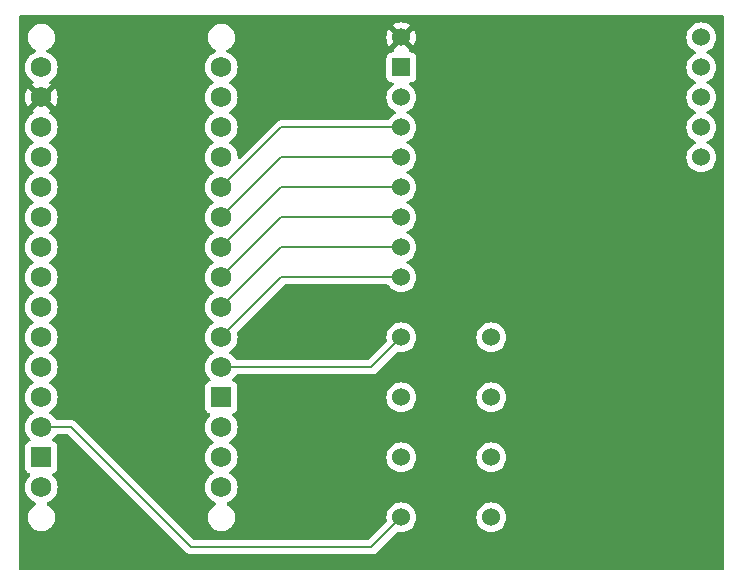
<source format=gbr>
%TF.GenerationSoftware,KiCad,Pcbnew,8.0.3-8.0.3-0~ubuntu22.04.1*%
%TF.CreationDate,2024-06-21T21:23:29-04:00*%
%TF.ProjectId,arduino-nano-esp32,61726475-696e-46f2-9d6e-616e6f2d6573,rev?*%
%TF.SameCoordinates,Original*%
%TF.FileFunction,Copper,L1,Top*%
%TF.FilePolarity,Positive*%
%FSLAX46Y46*%
G04 Gerber Fmt 4.6, Leading zero omitted, Abs format (unit mm)*
G04 Created by KiCad (PCBNEW 8.0.3-8.0.3-0~ubuntu22.04.1) date 2024-06-21 21:23:29*
%MOMM*%
%LPD*%
G01*
G04 APERTURE LIST*
%TA.AperFunction,ComponentPad*%
%ADD10C,1.524000*%
%TD*%
%TA.AperFunction,ComponentPad*%
%ADD11R,1.524000X1.524000*%
%TD*%
%TA.AperFunction,ComponentPad*%
%ADD12C,1.727200*%
%TD*%
%TA.AperFunction,ComponentPad*%
%ADD13R,1.727200X1.727200*%
%TD*%
%TA.AperFunction,Conductor*%
%ADD14C,0.200000*%
%TD*%
G04 APERTURE END LIST*
D10*
%TO.P,RFM95W1,1,RST*%
%TO.N,/RST*%
X132080000Y-93980000D03*
%TO.P,RFM95W1,2,CS*%
%TO.N,/CS*%
X132080000Y-91440000D03*
%TO.P,RFM95W1,3,MOSI*%
%TO.N,/MOSI*%
X132080000Y-88900000D03*
%TO.P,RFM95W1,4,MISO*%
%TO.N,/MISO*%
X132080000Y-86360000D03*
%TO.P,RFM95W1,5,SCK*%
%TO.N,/SCK*%
X132080000Y-83820000D03*
%TO.P,RFM95W1,6,G0*%
%TO.N,/G0*%
X132080000Y-81280000D03*
%TO.P,RFM95W1,7,EN*%
%TO.N,unconnected-(RFM95W1-EN-Pad7)*%
X132080000Y-78740000D03*
D11*
%TO.P,RFM95W1,8,GND*%
%TO.N,GND*%
X132080000Y-76200000D03*
D10*
%TO.P,RFM95W1,9,VIN*%
%TO.N,+3.3V*%
X132080000Y-73660000D03*
%TO.P,RFM95W1,10,G5*%
%TO.N,unconnected-(RFM95W1-G5-Pad10)*%
X157480000Y-83820000D03*
%TO.P,RFM95W1,11,G4*%
%TO.N,unconnected-(RFM95W1-G4-Pad11)*%
X157480000Y-81280000D03*
%TO.P,RFM95W1,12,G3*%
%TO.N,unconnected-(RFM95W1-G3-Pad12)*%
X157480000Y-78740000D03*
%TO.P,RFM95W1,13,G2*%
%TO.N,unconnected-(RFM95W1-G2-Pad13)*%
X157480000Y-76200000D03*
%TO.P,RFM95W1,14,G1*%
%TO.N,unconnected-(RFM95W1-G1-Pad14)*%
X157480000Y-73660000D03*
%TD*%
%TO.P,SW1,1*%
%TO.N,Net-(A1-PadB1)*%
X132080000Y-114300000D03*
%TO.P,SW1,2*%
%TO.N,GND*%
X132080000Y-109220000D03*
%TO.P,SW1,3*%
%TO.N,unconnected-(SW1-Pad3)*%
X139700000Y-114300000D03*
%TO.P,SW1,4*%
%TO.N,unconnected-(SW1-Pad4)*%
X139700000Y-109220000D03*
%TD*%
D12*
%TO.P,A1,3V3,3.3V*%
%TO.N,+3.3V*%
X101600000Y-78740000D03*
%TO.P,A1,5V,5V*%
%TO.N,+5V*%
X101600000Y-104140000D03*
%TO.P,A1,A0,A0*%
%TO.N,unconnected-(A1-PadA0)*%
X101600000Y-83820000D03*
%TO.P,A1,A1,A1*%
%TO.N,unconnected-(A1-PadA1)*%
X101600000Y-86360000D03*
%TO.P,A1,A2,A2*%
%TO.N,unconnected-(A1-PadA2)*%
X101600000Y-88900000D03*
%TO.P,A1,A3,A3*%
%TO.N,unconnected-(A1-PadA3)*%
X101600000Y-91440000D03*
%TO.P,A1,A4,A4/SDA*%
%TO.N,unconnected-(A1-A4{slash}SDA-PadA4)*%
X101600000Y-93980000D03*
%TO.P,A1,A5,A5/SCL*%
%TO.N,unconnected-(A1-A5{slash}SCL-PadA5)*%
X101600000Y-96520000D03*
%TO.P,A1,A6,A6*%
%TO.N,unconnected-(A1-PadA6)*%
X101600000Y-99060000D03*
%TO.P,A1,A7,A7*%
%TO.N,unconnected-(A1-PadA7)*%
X101600000Y-101600000D03*
%TO.P,A1,B0,B0*%
%TO.N,unconnected-(A1-PadB0)*%
X101600000Y-81280000D03*
%TO.P,A1,B1,B1*%
%TO.N,Net-(A1-PadB1)*%
X101600000Y-106680000D03*
%TO.P,A1,D0,D0/RX*%
%TO.N,unconnected-(A1-D0{slash}RX-PadD0)*%
X116840000Y-109220000D03*
%TO.P,A1,D1,D1/TX*%
%TO.N,unconnected-(A1-D1{slash}TX-PadD1)*%
X116840000Y-111760000D03*
%TO.P,A1,D2,D2*%
%TO.N,Net-(A1-PadD2)*%
X116840000Y-101600000D03*
%TO.P,A1,D3,D3*%
%TO.N,/RST*%
X116840000Y-99060000D03*
%TO.P,A1,D4,D4*%
%TO.N,/CS*%
X116840000Y-96520000D03*
%TO.P,A1,D5,D5*%
%TO.N,/MOSI*%
X116840000Y-93980000D03*
%TO.P,A1,D6,D6*%
%TO.N,/MISO*%
X116840000Y-91440000D03*
%TO.P,A1,D7,D7*%
%TO.N,/SCK*%
X116840000Y-88900000D03*
%TO.P,A1,D8,D8*%
%TO.N,/G0*%
X116840000Y-86360000D03*
%TO.P,A1,D9,D9*%
%TO.N,unconnected-(A1-PadD9)*%
X116840000Y-83820000D03*
%TO.P,A1,D10,D10*%
%TO.N,unconnected-(A1-PadD10)*%
X116840000Y-81280000D03*
%TO.P,A1,D11,D11_MOSI*%
%TO.N,unconnected-(A1-D11_MOSI-PadD11)*%
X116840000Y-78740000D03*
%TO.P,A1,D12,D12_MISO*%
%TO.N,unconnected-(A1-D12_MISO-PadD12)*%
X116840000Y-76200000D03*
%TO.P,A1,D13,D13_SCK*%
%TO.N,unconnected-(A1-D13_SCK-PadD13)*%
X101600000Y-76200000D03*
D13*
%TO.P,A1,GND1,GND*%
%TO.N,GND*%
X116840000Y-104140000D03*
%TO.P,A1,GND2,GND*%
X101600000Y-109220000D03*
D12*
%TO.P,A1,RST,~{RESET}*%
%TO.N,unconnected-(A1-~{RESET}-PadRST)*%
X116840000Y-106680000D03*
%TO.P,A1,VIN,VIN*%
%TO.N,unconnected-(A1-PadVIN)*%
X101600000Y-111760000D03*
%TD*%
D10*
%TO.P,SW2,1*%
%TO.N,GND*%
X132080000Y-104140000D03*
%TO.P,SW2,2*%
%TO.N,Net-(A1-PadD2)*%
X132080000Y-99060000D03*
%TO.P,SW2,3*%
%TO.N,unconnected-(SW2-Pad3)*%
X139700000Y-104140000D03*
%TO.P,SW2,4*%
%TO.N,unconnected-(SW2-Pad4)*%
X139700000Y-99060000D03*
%TD*%
D14*
%TO.N,Net-(A1-PadD2)*%
X129540000Y-101600000D02*
X132080000Y-99060000D01*
X116840000Y-101600000D02*
X129540000Y-101600000D01*
%TO.N,Net-(A1-PadB1)*%
X104140000Y-106680000D02*
X114300000Y-116840000D01*
X129540000Y-116840000D02*
X132080000Y-114300000D01*
X101600000Y-106680000D02*
X104140000Y-106680000D01*
X114300000Y-116840000D02*
X129540000Y-116840000D01*
%TO.N,/SCK*%
X121920000Y-83820000D02*
X132080000Y-83820000D01*
X116840000Y-88900000D02*
X121920000Y-83820000D01*
%TO.N,/MISO*%
X116840000Y-91440000D02*
X121920000Y-86360000D01*
X121920000Y-86360000D02*
X132080000Y-86360000D01*
%TO.N,/CS*%
X116840000Y-96520000D02*
X121920000Y-91440000D01*
X121920000Y-91440000D02*
X132080000Y-91440000D01*
%TO.N,/RST*%
X116840000Y-99060000D02*
X121920000Y-93980000D01*
X121920000Y-93980000D02*
X132080000Y-93980000D01*
%TO.N,/MOSI*%
X116840000Y-93980000D02*
X121920000Y-88900000D01*
X121920000Y-88900000D02*
X132080000Y-88900000D01*
%TO.N,/G0*%
X132080000Y-81280000D02*
X121920000Y-81280000D01*
X121920000Y-81280000D02*
X116840000Y-86360000D01*
%TD*%
%TA.AperFunction,Conductor*%
%TO.N,+3.3V*%
G36*
X159328039Y-71774685D02*
G01*
X159373794Y-71827489D01*
X159385000Y-71879000D01*
X159385000Y-118621000D01*
X159365315Y-118688039D01*
X159312511Y-118733794D01*
X159261000Y-118745000D01*
X99819000Y-118745000D01*
X99751961Y-118725315D01*
X99706206Y-118672511D01*
X99695000Y-118621000D01*
X99695000Y-76199993D01*
X100231225Y-76199993D01*
X100231225Y-76200006D01*
X100249892Y-76425289D01*
X100305388Y-76644439D01*
X100396198Y-76851466D01*
X100519842Y-77040716D01*
X100519850Y-77040727D01*
X100639619Y-77170829D01*
X100672954Y-77207040D01*
X100851351Y-77345893D01*
X100851353Y-77345894D01*
X100851360Y-77345899D01*
X100879689Y-77361229D01*
X100929280Y-77410447D01*
X100944390Y-77478664D01*
X100920220Y-77544220D01*
X100879694Y-77579337D01*
X100851629Y-77594525D01*
X100851623Y-77594530D01*
X100827139Y-77613585D01*
X100827139Y-77613587D01*
X101464057Y-78250504D01*
X101403919Y-78266619D01*
X101288080Y-78333498D01*
X101193498Y-78428080D01*
X101126619Y-78543919D01*
X101110504Y-78604057D01*
X100475110Y-77968663D01*
X100396639Y-78088774D01*
X100305863Y-78295721D01*
X100250388Y-78514786D01*
X100250386Y-78514797D01*
X100231727Y-78739993D01*
X100231727Y-78740006D01*
X100250386Y-78965202D01*
X100250388Y-78965213D01*
X100305863Y-79184278D01*
X100396638Y-79391222D01*
X100475111Y-79511334D01*
X101110504Y-78875941D01*
X101126619Y-78936081D01*
X101193498Y-79051920D01*
X101288080Y-79146502D01*
X101403919Y-79213381D01*
X101464057Y-79229494D01*
X100827139Y-79866412D01*
X100851629Y-79885474D01*
X100851636Y-79885478D01*
X100879691Y-79900661D01*
X100929282Y-79949880D01*
X100944389Y-80018097D01*
X100920218Y-80083653D01*
X100879692Y-80118769D01*
X100851356Y-80134103D01*
X100851353Y-80134105D01*
X100672955Y-80272959D01*
X100672950Y-80272963D01*
X100519850Y-80439272D01*
X100519842Y-80439283D01*
X100396198Y-80628533D01*
X100305388Y-80835560D01*
X100249892Y-81054710D01*
X100231225Y-81279993D01*
X100231225Y-81280006D01*
X100249892Y-81505289D01*
X100305388Y-81724439D01*
X100396198Y-81931466D01*
X100519842Y-82120716D01*
X100519850Y-82120727D01*
X100639619Y-82250829D01*
X100672954Y-82287040D01*
X100851351Y-82425893D01*
X100873017Y-82437618D01*
X100879165Y-82440945D01*
X100928755Y-82490165D01*
X100943863Y-82558382D01*
X100919692Y-82623937D01*
X100879165Y-82659055D01*
X100851352Y-82674106D01*
X100672955Y-82812959D01*
X100672950Y-82812963D01*
X100519850Y-82979272D01*
X100519842Y-82979283D01*
X100396198Y-83168533D01*
X100305388Y-83375560D01*
X100249892Y-83594710D01*
X100231225Y-83819993D01*
X100231225Y-83820006D01*
X100249892Y-84045289D01*
X100305388Y-84264439D01*
X100396198Y-84471466D01*
X100519842Y-84660716D01*
X100519850Y-84660727D01*
X100639619Y-84790829D01*
X100672954Y-84827040D01*
X100851351Y-84965893D01*
X100873017Y-84977618D01*
X100879165Y-84980945D01*
X100928755Y-85030165D01*
X100943863Y-85098382D01*
X100919692Y-85163937D01*
X100879165Y-85199055D01*
X100851352Y-85214106D01*
X100672955Y-85352959D01*
X100672950Y-85352963D01*
X100519850Y-85519272D01*
X100519842Y-85519283D01*
X100396198Y-85708533D01*
X100305388Y-85915560D01*
X100249892Y-86134710D01*
X100231225Y-86359993D01*
X100231225Y-86360006D01*
X100249892Y-86585289D01*
X100305388Y-86804439D01*
X100396198Y-87011466D01*
X100519842Y-87200716D01*
X100519850Y-87200727D01*
X100639619Y-87330829D01*
X100672954Y-87367040D01*
X100851351Y-87505893D01*
X100873017Y-87517618D01*
X100879165Y-87520945D01*
X100928755Y-87570165D01*
X100943863Y-87638382D01*
X100919692Y-87703937D01*
X100879165Y-87739055D01*
X100851352Y-87754106D01*
X100672955Y-87892959D01*
X100672950Y-87892963D01*
X100519850Y-88059272D01*
X100519842Y-88059283D01*
X100396198Y-88248533D01*
X100305388Y-88455560D01*
X100249892Y-88674710D01*
X100231225Y-88899993D01*
X100231225Y-88900006D01*
X100249892Y-89125289D01*
X100305388Y-89344439D01*
X100396198Y-89551466D01*
X100519842Y-89740716D01*
X100519850Y-89740727D01*
X100639619Y-89870829D01*
X100672954Y-89907040D01*
X100851351Y-90045893D01*
X100873017Y-90057618D01*
X100879165Y-90060945D01*
X100928755Y-90110165D01*
X100943863Y-90178382D01*
X100919692Y-90243937D01*
X100879165Y-90279055D01*
X100851352Y-90294106D01*
X100672955Y-90432959D01*
X100672950Y-90432963D01*
X100519850Y-90599272D01*
X100519842Y-90599283D01*
X100396198Y-90788533D01*
X100305388Y-90995560D01*
X100249892Y-91214710D01*
X100231225Y-91439993D01*
X100231225Y-91440006D01*
X100249892Y-91665289D01*
X100305388Y-91884439D01*
X100396198Y-92091466D01*
X100519842Y-92280716D01*
X100519850Y-92280727D01*
X100639619Y-92410829D01*
X100672954Y-92447040D01*
X100851351Y-92585893D01*
X100873017Y-92597618D01*
X100879165Y-92600945D01*
X100928755Y-92650165D01*
X100943863Y-92718382D01*
X100919692Y-92783937D01*
X100879165Y-92819055D01*
X100851352Y-92834106D01*
X100672955Y-92972959D01*
X100672950Y-92972963D01*
X100519850Y-93139272D01*
X100519842Y-93139283D01*
X100396198Y-93328533D01*
X100305388Y-93535560D01*
X100249892Y-93754710D01*
X100231225Y-93979993D01*
X100231225Y-93980006D01*
X100249892Y-94205289D01*
X100305388Y-94424439D01*
X100396198Y-94631466D01*
X100519842Y-94820716D01*
X100519850Y-94820727D01*
X100639619Y-94950829D01*
X100672954Y-94987040D01*
X100851351Y-95125893D01*
X100879165Y-95140945D01*
X100928755Y-95190165D01*
X100943863Y-95258382D01*
X100919692Y-95323937D01*
X100879165Y-95359055D01*
X100851352Y-95374106D01*
X100672955Y-95512959D01*
X100672950Y-95512963D01*
X100519850Y-95679272D01*
X100519842Y-95679283D01*
X100396198Y-95868533D01*
X100305388Y-96075560D01*
X100249892Y-96294710D01*
X100231225Y-96519993D01*
X100231225Y-96520006D01*
X100249892Y-96745289D01*
X100305388Y-96964439D01*
X100396198Y-97171466D01*
X100519842Y-97360716D01*
X100519850Y-97360727D01*
X100672950Y-97527036D01*
X100672954Y-97527040D01*
X100851351Y-97665893D01*
X100879165Y-97680945D01*
X100928755Y-97730165D01*
X100943863Y-97798382D01*
X100919692Y-97863937D01*
X100879165Y-97899055D01*
X100851352Y-97914106D01*
X100672955Y-98052959D01*
X100672950Y-98052963D01*
X100519850Y-98219272D01*
X100519842Y-98219283D01*
X100396198Y-98408533D01*
X100305388Y-98615560D01*
X100249892Y-98834710D01*
X100231225Y-99059993D01*
X100231225Y-99060006D01*
X100249892Y-99285289D01*
X100305388Y-99504439D01*
X100396198Y-99711466D01*
X100519842Y-99900716D01*
X100519850Y-99900727D01*
X100639619Y-100030829D01*
X100672954Y-100067040D01*
X100851351Y-100205893D01*
X100879165Y-100220945D01*
X100928755Y-100270165D01*
X100943863Y-100338382D01*
X100919692Y-100403937D01*
X100879165Y-100439055D01*
X100851352Y-100454106D01*
X100672955Y-100592959D01*
X100672950Y-100592963D01*
X100519850Y-100759272D01*
X100519842Y-100759283D01*
X100396198Y-100948533D01*
X100305388Y-101155560D01*
X100249892Y-101374710D01*
X100231225Y-101599993D01*
X100231225Y-101600006D01*
X100249892Y-101825289D01*
X100305388Y-102044439D01*
X100396198Y-102251466D01*
X100519842Y-102440716D01*
X100519850Y-102440727D01*
X100656878Y-102589577D01*
X100672954Y-102607040D01*
X100851351Y-102745893D01*
X100879165Y-102760945D01*
X100928755Y-102810165D01*
X100943863Y-102878382D01*
X100919692Y-102943937D01*
X100879165Y-102979055D01*
X100851352Y-102994106D01*
X100672955Y-103132959D01*
X100672950Y-103132963D01*
X100519850Y-103299272D01*
X100519842Y-103299283D01*
X100396198Y-103488533D01*
X100305388Y-103695560D01*
X100249892Y-103914710D01*
X100231225Y-104139993D01*
X100231225Y-104140006D01*
X100249892Y-104365289D01*
X100305388Y-104584439D01*
X100396198Y-104791466D01*
X100519842Y-104980716D01*
X100519850Y-104980727D01*
X100639619Y-105110829D01*
X100672954Y-105147040D01*
X100851351Y-105285893D01*
X100879165Y-105300945D01*
X100928755Y-105350165D01*
X100943863Y-105418382D01*
X100919692Y-105483937D01*
X100879165Y-105519055D01*
X100851352Y-105534106D01*
X100672955Y-105672959D01*
X100672950Y-105672963D01*
X100519850Y-105839272D01*
X100519842Y-105839283D01*
X100396198Y-106028533D01*
X100305388Y-106235560D01*
X100249892Y-106454710D01*
X100231225Y-106679993D01*
X100231225Y-106680006D01*
X100249892Y-106905289D01*
X100305388Y-107124439D01*
X100396198Y-107331466D01*
X100519842Y-107520716D01*
X100519850Y-107520727D01*
X100656879Y-107669578D01*
X100687802Y-107732232D01*
X100679942Y-107801658D01*
X100635795Y-107855814D01*
X100608983Y-107869743D01*
X100494071Y-107912602D01*
X100494064Y-107912606D01*
X100378855Y-107998852D01*
X100378852Y-107998855D01*
X100292606Y-108114064D01*
X100292602Y-108114071D01*
X100242308Y-108248917D01*
X100235901Y-108308516D01*
X100235901Y-108308523D01*
X100235900Y-108308535D01*
X100235900Y-110131470D01*
X100235901Y-110131476D01*
X100242308Y-110191083D01*
X100292602Y-110325928D01*
X100292606Y-110325935D01*
X100378852Y-110441144D01*
X100378855Y-110441147D01*
X100494064Y-110527393D01*
X100494071Y-110527397D01*
X100608983Y-110570256D01*
X100664916Y-110612127D01*
X100689334Y-110677591D01*
X100674483Y-110745864D01*
X100656880Y-110770421D01*
X100519845Y-110919279D01*
X100519842Y-110919283D01*
X100396198Y-111108533D01*
X100305388Y-111315560D01*
X100249892Y-111534710D01*
X100231225Y-111759993D01*
X100231225Y-111760006D01*
X100249892Y-111985289D01*
X100305388Y-112204439D01*
X100396198Y-112411466D01*
X100519842Y-112600716D01*
X100519850Y-112600727D01*
X100672950Y-112767036D01*
X100672954Y-112767040D01*
X100851351Y-112905893D01*
X101050169Y-113013488D01*
X101096479Y-113029386D01*
X101153491Y-113069769D01*
X101179622Y-113134569D01*
X101166572Y-113203209D01*
X101118484Y-113253897D01*
X101112510Y-113257150D01*
X100997004Y-113316004D01*
X100850505Y-113422441D01*
X100850500Y-113422445D01*
X100722445Y-113550500D01*
X100722441Y-113550505D01*
X100616006Y-113697002D01*
X100533788Y-113858360D01*
X100533787Y-113858363D01*
X100477829Y-114030589D01*
X100449500Y-114209448D01*
X100449500Y-114390551D01*
X100477829Y-114569410D01*
X100533787Y-114741636D01*
X100533788Y-114741639D01*
X100616006Y-114902997D01*
X100722441Y-115049494D01*
X100722445Y-115049499D01*
X100850500Y-115177554D01*
X100850505Y-115177558D01*
X100978287Y-115270396D01*
X100997006Y-115283996D01*
X101102484Y-115337740D01*
X101158360Y-115366211D01*
X101158363Y-115366212D01*
X101244476Y-115394191D01*
X101330591Y-115422171D01*
X101413429Y-115435291D01*
X101509449Y-115450500D01*
X101509454Y-115450500D01*
X101690551Y-115450500D01*
X101777259Y-115436765D01*
X101869409Y-115422171D01*
X102041639Y-115366211D01*
X102202994Y-115283996D01*
X102349501Y-115177553D01*
X102477553Y-115049501D01*
X102583996Y-114902994D01*
X102666211Y-114741639D01*
X102722171Y-114569409D01*
X102736765Y-114477259D01*
X102750500Y-114390551D01*
X102750500Y-114209448D01*
X102734019Y-114105397D01*
X102722171Y-114030591D01*
X102666211Y-113858361D01*
X102666211Y-113858360D01*
X102637740Y-113802484D01*
X102583996Y-113697006D01*
X102561715Y-113666338D01*
X102477558Y-113550505D01*
X102477554Y-113550500D01*
X102349499Y-113422445D01*
X102349494Y-113422441D01*
X102202993Y-113316003D01*
X102202992Y-113316002D01*
X102087490Y-113257150D01*
X102036694Y-113209176D01*
X102019899Y-113141355D01*
X102042437Y-113075220D01*
X102097152Y-113031769D01*
X102103488Y-113029397D01*
X102149831Y-113013488D01*
X102348649Y-112905893D01*
X102527046Y-112767040D01*
X102680156Y-112600719D01*
X102803802Y-112411465D01*
X102894611Y-112204441D01*
X102950107Y-111985293D01*
X102968775Y-111760000D01*
X102968775Y-111759993D01*
X102950107Y-111534710D01*
X102950107Y-111534707D01*
X102894611Y-111315559D01*
X102803802Y-111108535D01*
X102680156Y-110919281D01*
X102680153Y-110919278D01*
X102680149Y-110919272D01*
X102543120Y-110770421D01*
X102512197Y-110707767D01*
X102520057Y-110638341D01*
X102564204Y-110584185D01*
X102591017Y-110570256D01*
X102705926Y-110527398D01*
X102705926Y-110527397D01*
X102705931Y-110527396D01*
X102821146Y-110441146D01*
X102907396Y-110325931D01*
X102957691Y-110191083D01*
X102964100Y-110131473D01*
X102964099Y-108308528D01*
X102957691Y-108248917D01*
X102907396Y-108114069D01*
X102907395Y-108114068D01*
X102907393Y-108114064D01*
X102821147Y-107998855D01*
X102821144Y-107998852D01*
X102705935Y-107912606D01*
X102705928Y-107912602D01*
X102591016Y-107869743D01*
X102535082Y-107827872D01*
X102510665Y-107762408D01*
X102525517Y-107694135D01*
X102543113Y-107669586D01*
X102680156Y-107520719D01*
X102744710Y-107421911D01*
X102800397Y-107336678D01*
X102853543Y-107291321D01*
X102904205Y-107280500D01*
X103839903Y-107280500D01*
X103906942Y-107300185D01*
X103927583Y-107316818D01*
X113931284Y-117320520D01*
X114068215Y-117399577D01*
X114220943Y-117440501D01*
X114220946Y-117440501D01*
X114386654Y-117440501D01*
X114386670Y-117440500D01*
X129453331Y-117440500D01*
X129453347Y-117440501D01*
X129460943Y-117440501D01*
X129619054Y-117440501D01*
X129619057Y-117440501D01*
X129771785Y-117399577D01*
X129821904Y-117370639D01*
X129908716Y-117320520D01*
X130020520Y-117208716D01*
X130020520Y-117208714D01*
X130030728Y-117198507D01*
X130030730Y-117198504D01*
X131668321Y-115560912D01*
X131729642Y-115527429D01*
X131788095Y-115528821D01*
X131859924Y-115548068D01*
X131859925Y-115548068D01*
X131859932Y-115548070D01*
X132047226Y-115564455D01*
X132079998Y-115567323D01*
X132080000Y-115567323D01*
X132080002Y-115567323D01*
X132135017Y-115562509D01*
X132300068Y-115548070D01*
X132513450Y-115490894D01*
X132713662Y-115397534D01*
X132894620Y-115270826D01*
X133050826Y-115114620D01*
X133177534Y-114933662D01*
X133270894Y-114733450D01*
X133328070Y-114520068D01*
X133347323Y-114300000D01*
X133347323Y-114299997D01*
X138432677Y-114299997D01*
X138432677Y-114300002D01*
X138451929Y-114520062D01*
X138451930Y-114520070D01*
X138509104Y-114733445D01*
X138509105Y-114733447D01*
X138509106Y-114733450D01*
X138512925Y-114741639D01*
X138602466Y-114933662D01*
X138602468Y-114933666D01*
X138729170Y-115114615D01*
X138729175Y-115114621D01*
X138885378Y-115270824D01*
X138885384Y-115270829D01*
X139066333Y-115397531D01*
X139066335Y-115397532D01*
X139066338Y-115397534D01*
X139266550Y-115490894D01*
X139479932Y-115548070D01*
X139626743Y-115560914D01*
X139699998Y-115567323D01*
X139700000Y-115567323D01*
X139700002Y-115567323D01*
X139755017Y-115562509D01*
X139920068Y-115548070D01*
X140133450Y-115490894D01*
X140333662Y-115397534D01*
X140514620Y-115270826D01*
X140670826Y-115114620D01*
X140797534Y-114933662D01*
X140890894Y-114733450D01*
X140948070Y-114520068D01*
X140967323Y-114300000D01*
X140948070Y-114079932D01*
X140890894Y-113866550D01*
X140797534Y-113666339D01*
X140670826Y-113485380D01*
X140514620Y-113329174D01*
X140514616Y-113329171D01*
X140514615Y-113329170D01*
X140333666Y-113202468D01*
X140333662Y-113202466D01*
X140333660Y-113202465D01*
X140133450Y-113109106D01*
X140133447Y-113109105D01*
X140133445Y-113109104D01*
X139920070Y-113051930D01*
X139920062Y-113051929D01*
X139700002Y-113032677D01*
X139699998Y-113032677D01*
X139479937Y-113051929D01*
X139479929Y-113051930D01*
X139266554Y-113109104D01*
X139266548Y-113109107D01*
X139066340Y-113202465D01*
X139066338Y-113202466D01*
X138885377Y-113329175D01*
X138729175Y-113485377D01*
X138602466Y-113666338D01*
X138602465Y-113666340D01*
X138509107Y-113866548D01*
X138509104Y-113866554D01*
X138451930Y-114079929D01*
X138451929Y-114079937D01*
X138432677Y-114299997D01*
X133347323Y-114299997D01*
X133328070Y-114079932D01*
X133270894Y-113866550D01*
X133177534Y-113666339D01*
X133050826Y-113485380D01*
X132894620Y-113329174D01*
X132894616Y-113329171D01*
X132894615Y-113329170D01*
X132713666Y-113202468D01*
X132713662Y-113202466D01*
X132713660Y-113202465D01*
X132513450Y-113109106D01*
X132513447Y-113109105D01*
X132513445Y-113109104D01*
X132300070Y-113051930D01*
X132300062Y-113051929D01*
X132080002Y-113032677D01*
X132079998Y-113032677D01*
X131859937Y-113051929D01*
X131859929Y-113051930D01*
X131646554Y-113109104D01*
X131646548Y-113109107D01*
X131446340Y-113202465D01*
X131446338Y-113202466D01*
X131265377Y-113329175D01*
X131109175Y-113485377D01*
X130982466Y-113666338D01*
X130982465Y-113666340D01*
X130889107Y-113866548D01*
X130889104Y-113866554D01*
X130831930Y-114079929D01*
X130831929Y-114079937D01*
X130812677Y-114299997D01*
X130812677Y-114300002D01*
X130831929Y-114520062D01*
X130831932Y-114520076D01*
X130851178Y-114591906D01*
X130849515Y-114661755D01*
X130819084Y-114711679D01*
X129327584Y-116203181D01*
X129266261Y-116236666D01*
X129239903Y-116239500D01*
X114600098Y-116239500D01*
X114533059Y-116219815D01*
X114512417Y-116203181D01*
X104627590Y-106318355D01*
X104627588Y-106318352D01*
X104508717Y-106199481D01*
X104508716Y-106199480D01*
X104421904Y-106149360D01*
X104421904Y-106149359D01*
X104421900Y-106149358D01*
X104371785Y-106120423D01*
X104219057Y-106079499D01*
X104060943Y-106079499D01*
X104053347Y-106079499D01*
X104053331Y-106079500D01*
X102904205Y-106079500D01*
X102837166Y-106059815D01*
X102800397Y-106023322D01*
X102680157Y-105839283D01*
X102680149Y-105839272D01*
X102527049Y-105672963D01*
X102527048Y-105672962D01*
X102527046Y-105672960D01*
X102348649Y-105534107D01*
X102348647Y-105534106D01*
X102348646Y-105534105D01*
X102348639Y-105534100D01*
X102320836Y-105519055D01*
X102271244Y-105469837D01*
X102256135Y-105401620D01*
X102280306Y-105336064D01*
X102320836Y-105300945D01*
X102348639Y-105285899D01*
X102348642Y-105285896D01*
X102348649Y-105285893D01*
X102527046Y-105147040D01*
X102680156Y-104980719D01*
X102803802Y-104791465D01*
X102894611Y-104584441D01*
X102950107Y-104365293D01*
X102968775Y-104140000D01*
X102968775Y-104139997D01*
X102968775Y-104139993D01*
X102950540Y-103919932D01*
X102950107Y-103914707D01*
X102894611Y-103695559D01*
X102803802Y-103488535D01*
X102680156Y-103299281D01*
X102680153Y-103299278D01*
X102680149Y-103299272D01*
X102527049Y-103132963D01*
X102527048Y-103132962D01*
X102527046Y-103132960D01*
X102348649Y-102994107D01*
X102348647Y-102994106D01*
X102348646Y-102994105D01*
X102348639Y-102994100D01*
X102320836Y-102979055D01*
X102271244Y-102929837D01*
X102256135Y-102861620D01*
X102280306Y-102796064D01*
X102320836Y-102760945D01*
X102348639Y-102745899D01*
X102348642Y-102745896D01*
X102348649Y-102745893D01*
X102527046Y-102607040D01*
X102680156Y-102440719D01*
X102803802Y-102251465D01*
X102894611Y-102044441D01*
X102950107Y-101825293D01*
X102968775Y-101600000D01*
X102968775Y-101599993D01*
X102950107Y-101374710D01*
X102950107Y-101374707D01*
X102894611Y-101155559D01*
X102803802Y-100948535D01*
X102680156Y-100759281D01*
X102680153Y-100759278D01*
X102680149Y-100759272D01*
X102527049Y-100592963D01*
X102527048Y-100592962D01*
X102527046Y-100592960D01*
X102348649Y-100454107D01*
X102348647Y-100454106D01*
X102348646Y-100454105D01*
X102348639Y-100454100D01*
X102320836Y-100439055D01*
X102271244Y-100389837D01*
X102256135Y-100321620D01*
X102280306Y-100256064D01*
X102320836Y-100220945D01*
X102348639Y-100205899D01*
X102348642Y-100205896D01*
X102348649Y-100205893D01*
X102527046Y-100067040D01*
X102680156Y-99900719D01*
X102803802Y-99711465D01*
X102894611Y-99504441D01*
X102950107Y-99285293D01*
X102968775Y-99060000D01*
X102968775Y-99059997D01*
X102968775Y-99059993D01*
X102950540Y-98839932D01*
X102950107Y-98834707D01*
X102894611Y-98615559D01*
X102803802Y-98408535D01*
X102680156Y-98219281D01*
X102680153Y-98219278D01*
X102680149Y-98219272D01*
X102527049Y-98052963D01*
X102527048Y-98052962D01*
X102527046Y-98052960D01*
X102348649Y-97914107D01*
X102348647Y-97914106D01*
X102348646Y-97914105D01*
X102348639Y-97914100D01*
X102320836Y-97899055D01*
X102271244Y-97849837D01*
X102256135Y-97781620D01*
X102280306Y-97716064D01*
X102320836Y-97680945D01*
X102348639Y-97665899D01*
X102348642Y-97665896D01*
X102348649Y-97665893D01*
X102527046Y-97527040D01*
X102680156Y-97360719D01*
X102803802Y-97171465D01*
X102894611Y-96964441D01*
X102950107Y-96745293D01*
X102960612Y-96618517D01*
X102968775Y-96520006D01*
X102968775Y-96519993D01*
X102950107Y-96294710D01*
X102950107Y-96294707D01*
X102894611Y-96075559D01*
X102803802Y-95868535D01*
X102680156Y-95679281D01*
X102680153Y-95679278D01*
X102680149Y-95679272D01*
X102527049Y-95512963D01*
X102527048Y-95512962D01*
X102527046Y-95512960D01*
X102348649Y-95374107D01*
X102348647Y-95374106D01*
X102348646Y-95374105D01*
X102348639Y-95374100D01*
X102320836Y-95359055D01*
X102271244Y-95309837D01*
X102256135Y-95241620D01*
X102280306Y-95176064D01*
X102320836Y-95140945D01*
X102348639Y-95125899D01*
X102348642Y-95125896D01*
X102348649Y-95125893D01*
X102527046Y-94987040D01*
X102680156Y-94820719D01*
X102803802Y-94631465D01*
X102894611Y-94424441D01*
X102950107Y-94205293D01*
X102960612Y-94078517D01*
X102968775Y-93980006D01*
X102968775Y-93979993D01*
X102950540Y-93759932D01*
X102950107Y-93754707D01*
X102894611Y-93535559D01*
X102803802Y-93328535D01*
X102680156Y-93139281D01*
X102680153Y-93139278D01*
X102680149Y-93139272D01*
X102527049Y-92972963D01*
X102527048Y-92972962D01*
X102527046Y-92972960D01*
X102348649Y-92834107D01*
X102348647Y-92834106D01*
X102348646Y-92834105D01*
X102348639Y-92834100D01*
X102320836Y-92819055D01*
X102271244Y-92769837D01*
X102256135Y-92701620D01*
X102280306Y-92636064D01*
X102320836Y-92600945D01*
X102348639Y-92585899D01*
X102348642Y-92585896D01*
X102348649Y-92585893D01*
X102527046Y-92447040D01*
X102680156Y-92280719D01*
X102803802Y-92091465D01*
X102894611Y-91884441D01*
X102950107Y-91665293D01*
X102960612Y-91538517D01*
X102968775Y-91440006D01*
X102968775Y-91439993D01*
X102950540Y-91219932D01*
X102950107Y-91214707D01*
X102894611Y-90995559D01*
X102803802Y-90788535D01*
X102680156Y-90599281D01*
X102680153Y-90599278D01*
X102680149Y-90599272D01*
X102527049Y-90432963D01*
X102527048Y-90432962D01*
X102527046Y-90432960D01*
X102348649Y-90294107D01*
X102348647Y-90294106D01*
X102348646Y-90294105D01*
X102348639Y-90294100D01*
X102320836Y-90279055D01*
X102271244Y-90229837D01*
X102256135Y-90161620D01*
X102280306Y-90096064D01*
X102320836Y-90060945D01*
X102348639Y-90045899D01*
X102348642Y-90045896D01*
X102348649Y-90045893D01*
X102527046Y-89907040D01*
X102680156Y-89740719D01*
X102803802Y-89551465D01*
X102894611Y-89344441D01*
X102950107Y-89125293D01*
X102960612Y-88998517D01*
X102968775Y-88900006D01*
X102968775Y-88899993D01*
X102950540Y-88679932D01*
X102950107Y-88674707D01*
X102894611Y-88455559D01*
X102803802Y-88248535D01*
X102680156Y-88059281D01*
X102680153Y-88059278D01*
X102680149Y-88059272D01*
X102527049Y-87892963D01*
X102527048Y-87892962D01*
X102527046Y-87892960D01*
X102348649Y-87754107D01*
X102348647Y-87754106D01*
X102348646Y-87754105D01*
X102348639Y-87754100D01*
X102320836Y-87739055D01*
X102271244Y-87689837D01*
X102256135Y-87621620D01*
X102280306Y-87556064D01*
X102320836Y-87520945D01*
X102348639Y-87505899D01*
X102348642Y-87505896D01*
X102348649Y-87505893D01*
X102527046Y-87367040D01*
X102680156Y-87200719D01*
X102803802Y-87011465D01*
X102894611Y-86804441D01*
X102950107Y-86585293D01*
X102960612Y-86458517D01*
X102968775Y-86360006D01*
X102968775Y-86359993D01*
X102950540Y-86139932D01*
X102950107Y-86134707D01*
X102894611Y-85915559D01*
X102803802Y-85708535D01*
X102680156Y-85519281D01*
X102680153Y-85519278D01*
X102680149Y-85519272D01*
X102527049Y-85352963D01*
X102527048Y-85352962D01*
X102527046Y-85352960D01*
X102348649Y-85214107D01*
X102348647Y-85214106D01*
X102348646Y-85214105D01*
X102348639Y-85214100D01*
X102320836Y-85199055D01*
X102271244Y-85149837D01*
X102256135Y-85081620D01*
X102280306Y-85016064D01*
X102320836Y-84980945D01*
X102348639Y-84965899D01*
X102348642Y-84965896D01*
X102348649Y-84965893D01*
X102527046Y-84827040D01*
X102680156Y-84660719D01*
X102803802Y-84471465D01*
X102894611Y-84264441D01*
X102950107Y-84045293D01*
X102960612Y-83918517D01*
X102968775Y-83820006D01*
X102968775Y-83819993D01*
X102950540Y-83599932D01*
X102950107Y-83594707D01*
X102894611Y-83375559D01*
X102803802Y-83168535D01*
X102680156Y-82979281D01*
X102680153Y-82979278D01*
X102680149Y-82979272D01*
X102527049Y-82812963D01*
X102527048Y-82812962D01*
X102527046Y-82812960D01*
X102348649Y-82674107D01*
X102348647Y-82674106D01*
X102348646Y-82674105D01*
X102348639Y-82674100D01*
X102320836Y-82659055D01*
X102271244Y-82609837D01*
X102256135Y-82541620D01*
X102280306Y-82476064D01*
X102320836Y-82440945D01*
X102348639Y-82425899D01*
X102348642Y-82425896D01*
X102348649Y-82425893D01*
X102527046Y-82287040D01*
X102680156Y-82120719D01*
X102803802Y-81931465D01*
X102894611Y-81724441D01*
X102950107Y-81505293D01*
X102968775Y-81280000D01*
X102968775Y-81279997D01*
X102968775Y-81279993D01*
X102950540Y-81059932D01*
X102950107Y-81054707D01*
X102894611Y-80835559D01*
X102803802Y-80628535D01*
X102680156Y-80439281D01*
X102680153Y-80439278D01*
X102680149Y-80439272D01*
X102527049Y-80272963D01*
X102527048Y-80272962D01*
X102527046Y-80272960D01*
X102348649Y-80134107D01*
X102348647Y-80134106D01*
X102348646Y-80134105D01*
X102348638Y-80134100D01*
X102320306Y-80118767D01*
X102270717Y-80069547D01*
X102255610Y-80001330D01*
X102279782Y-79935775D01*
X102320311Y-79900658D01*
X102348371Y-79885472D01*
X102348377Y-79885468D01*
X102372859Y-79866413D01*
X102372860Y-79866412D01*
X101735942Y-79229495D01*
X101796081Y-79213381D01*
X101911920Y-79146502D01*
X102006502Y-79051920D01*
X102073381Y-78936081D01*
X102089494Y-78875942D01*
X102724887Y-79511335D01*
X102803359Y-79391227D01*
X102894136Y-79184278D01*
X102949611Y-78965213D01*
X102949613Y-78965202D01*
X102968273Y-78740006D01*
X102968273Y-78739993D01*
X102949613Y-78514797D01*
X102949611Y-78514786D01*
X102894136Y-78295721D01*
X102803361Y-78088777D01*
X102724887Y-77968663D01*
X102089494Y-78604056D01*
X102073381Y-78543919D01*
X102006502Y-78428080D01*
X101911920Y-78333498D01*
X101796081Y-78266619D01*
X101735942Y-78250505D01*
X102372859Y-77613586D01*
X102372859Y-77613584D01*
X102348382Y-77594533D01*
X102348371Y-77594526D01*
X102320307Y-77579338D01*
X102270717Y-77530117D01*
X102255610Y-77461901D01*
X102279782Y-77396345D01*
X102320308Y-77361230D01*
X102348649Y-77345893D01*
X102527046Y-77207040D01*
X102680156Y-77040719D01*
X102803802Y-76851465D01*
X102894611Y-76644441D01*
X102950107Y-76425293D01*
X102968775Y-76200000D01*
X102968775Y-76199997D01*
X102968775Y-76199993D01*
X115471225Y-76199993D01*
X115471225Y-76200006D01*
X115489892Y-76425289D01*
X115545388Y-76644439D01*
X115636198Y-76851466D01*
X115759842Y-77040716D01*
X115759850Y-77040727D01*
X115879619Y-77170829D01*
X115912954Y-77207040D01*
X116091351Y-77345893D01*
X116113017Y-77357618D01*
X116119165Y-77360945D01*
X116168755Y-77410165D01*
X116183863Y-77478382D01*
X116159692Y-77543937D01*
X116119165Y-77579055D01*
X116091352Y-77594106D01*
X115912955Y-77732959D01*
X115912950Y-77732963D01*
X115759850Y-77899272D01*
X115759842Y-77899283D01*
X115636198Y-78088533D01*
X115545388Y-78295560D01*
X115489892Y-78514710D01*
X115471225Y-78739993D01*
X115471225Y-78740006D01*
X115489892Y-78965289D01*
X115545388Y-79184439D01*
X115636198Y-79391466D01*
X115759842Y-79580716D01*
X115759850Y-79580727D01*
X115879619Y-79710829D01*
X115912954Y-79747040D01*
X116091351Y-79885893D01*
X116118640Y-79900661D01*
X116119165Y-79900945D01*
X116168755Y-79950165D01*
X116183863Y-80018382D01*
X116159692Y-80083937D01*
X116119165Y-80119055D01*
X116091352Y-80134106D01*
X115912955Y-80272959D01*
X115912950Y-80272963D01*
X115759850Y-80439272D01*
X115759842Y-80439283D01*
X115636198Y-80628533D01*
X115545388Y-80835560D01*
X115489892Y-81054710D01*
X115471225Y-81279993D01*
X115471225Y-81280006D01*
X115489892Y-81505289D01*
X115545388Y-81724439D01*
X115636198Y-81931466D01*
X115759842Y-82120716D01*
X115759850Y-82120727D01*
X115879619Y-82250829D01*
X115912954Y-82287040D01*
X116091351Y-82425893D01*
X116113017Y-82437618D01*
X116119165Y-82440945D01*
X116168755Y-82490165D01*
X116183863Y-82558382D01*
X116159692Y-82623937D01*
X116119165Y-82659055D01*
X116091352Y-82674106D01*
X115912955Y-82812959D01*
X115912950Y-82812963D01*
X115759850Y-82979272D01*
X115759842Y-82979283D01*
X115636198Y-83168533D01*
X115545388Y-83375560D01*
X115489892Y-83594710D01*
X115471225Y-83819993D01*
X115471225Y-83820006D01*
X115489892Y-84045289D01*
X115545388Y-84264439D01*
X115636198Y-84471466D01*
X115759842Y-84660716D01*
X115759850Y-84660727D01*
X115879619Y-84790829D01*
X115912954Y-84827040D01*
X116091351Y-84965893D01*
X116113017Y-84977618D01*
X116119165Y-84980945D01*
X116168755Y-85030165D01*
X116183863Y-85098382D01*
X116159692Y-85163937D01*
X116119165Y-85199055D01*
X116091352Y-85214106D01*
X115912955Y-85352959D01*
X115912950Y-85352963D01*
X115759850Y-85519272D01*
X115759842Y-85519283D01*
X115636198Y-85708533D01*
X115545388Y-85915560D01*
X115489892Y-86134710D01*
X115471225Y-86359993D01*
X115471225Y-86360006D01*
X115489892Y-86585289D01*
X115545388Y-86804439D01*
X115636198Y-87011466D01*
X115759842Y-87200716D01*
X115759850Y-87200727D01*
X115879619Y-87330829D01*
X115912954Y-87367040D01*
X116091351Y-87505893D01*
X116113017Y-87517618D01*
X116119165Y-87520945D01*
X116168755Y-87570165D01*
X116183863Y-87638382D01*
X116159692Y-87703937D01*
X116119165Y-87739055D01*
X116091352Y-87754106D01*
X115912955Y-87892959D01*
X115912950Y-87892963D01*
X115759850Y-88059272D01*
X115759842Y-88059283D01*
X115636198Y-88248533D01*
X115545388Y-88455560D01*
X115489892Y-88674710D01*
X115471225Y-88899993D01*
X115471225Y-88900006D01*
X115489892Y-89125289D01*
X115545388Y-89344439D01*
X115636198Y-89551466D01*
X115759842Y-89740716D01*
X115759850Y-89740727D01*
X115879619Y-89870829D01*
X115912954Y-89907040D01*
X116091351Y-90045893D01*
X116113017Y-90057618D01*
X116119165Y-90060945D01*
X116168755Y-90110165D01*
X116183863Y-90178382D01*
X116159692Y-90243937D01*
X116119165Y-90279055D01*
X116091352Y-90294106D01*
X115912955Y-90432959D01*
X115912950Y-90432963D01*
X115759850Y-90599272D01*
X115759842Y-90599283D01*
X115636198Y-90788533D01*
X115545388Y-90995560D01*
X115489892Y-91214710D01*
X115471225Y-91439993D01*
X115471225Y-91440006D01*
X115489892Y-91665289D01*
X115545388Y-91884439D01*
X115636198Y-92091466D01*
X115759842Y-92280716D01*
X115759850Y-92280727D01*
X115879619Y-92410829D01*
X115912954Y-92447040D01*
X116091351Y-92585893D01*
X116113017Y-92597618D01*
X116119165Y-92600945D01*
X116168755Y-92650165D01*
X116183863Y-92718382D01*
X116159692Y-92783937D01*
X116119165Y-92819055D01*
X116091352Y-92834106D01*
X115912955Y-92972959D01*
X115912950Y-92972963D01*
X115759850Y-93139272D01*
X115759842Y-93139283D01*
X115636198Y-93328533D01*
X115545388Y-93535560D01*
X115489892Y-93754710D01*
X115471225Y-93979993D01*
X115471225Y-93980006D01*
X115489892Y-94205289D01*
X115545388Y-94424439D01*
X115636198Y-94631466D01*
X115759842Y-94820716D01*
X115759850Y-94820727D01*
X115879619Y-94950829D01*
X115912954Y-94987040D01*
X116091351Y-95125893D01*
X116119165Y-95140945D01*
X116168755Y-95190165D01*
X116183863Y-95258382D01*
X116159692Y-95323937D01*
X116119165Y-95359055D01*
X116091352Y-95374106D01*
X115912955Y-95512959D01*
X115912950Y-95512963D01*
X115759850Y-95679272D01*
X115759842Y-95679283D01*
X115636198Y-95868533D01*
X115545388Y-96075560D01*
X115489892Y-96294710D01*
X115471225Y-96519993D01*
X115471225Y-96520006D01*
X115489892Y-96745289D01*
X115545388Y-96964439D01*
X115636198Y-97171466D01*
X115759842Y-97360716D01*
X115759850Y-97360727D01*
X115912950Y-97527036D01*
X115912954Y-97527040D01*
X116091351Y-97665893D01*
X116119165Y-97680945D01*
X116168755Y-97730165D01*
X116183863Y-97798382D01*
X116159692Y-97863937D01*
X116119165Y-97899055D01*
X116091352Y-97914106D01*
X115912955Y-98052959D01*
X115912950Y-98052963D01*
X115759850Y-98219272D01*
X115759842Y-98219283D01*
X115636198Y-98408533D01*
X115545388Y-98615560D01*
X115489892Y-98834710D01*
X115471225Y-99059993D01*
X115471225Y-99060006D01*
X115489892Y-99285289D01*
X115545388Y-99504439D01*
X115636198Y-99711466D01*
X115759842Y-99900716D01*
X115759850Y-99900727D01*
X115879619Y-100030829D01*
X115912954Y-100067040D01*
X116091351Y-100205893D01*
X116119165Y-100220945D01*
X116168755Y-100270165D01*
X116183863Y-100338382D01*
X116159692Y-100403937D01*
X116119165Y-100439055D01*
X116091352Y-100454106D01*
X115912955Y-100592959D01*
X115912950Y-100592963D01*
X115759850Y-100759272D01*
X115759842Y-100759283D01*
X115636198Y-100948533D01*
X115545388Y-101155560D01*
X115489892Y-101374710D01*
X115471225Y-101599993D01*
X115471225Y-101600006D01*
X115489892Y-101825289D01*
X115545388Y-102044439D01*
X115636198Y-102251466D01*
X115759842Y-102440716D01*
X115759850Y-102440727D01*
X115896879Y-102589578D01*
X115927802Y-102652232D01*
X115919942Y-102721658D01*
X115875795Y-102775814D01*
X115848983Y-102789743D01*
X115734071Y-102832602D01*
X115734064Y-102832606D01*
X115618855Y-102918852D01*
X115618852Y-102918855D01*
X115532606Y-103034064D01*
X115532602Y-103034071D01*
X115482308Y-103168917D01*
X115475901Y-103228516D01*
X115475901Y-103228523D01*
X115475900Y-103228535D01*
X115475900Y-105051470D01*
X115475901Y-105051476D01*
X115482308Y-105111083D01*
X115532602Y-105245928D01*
X115532606Y-105245935D01*
X115618852Y-105361144D01*
X115618855Y-105361147D01*
X115734064Y-105447393D01*
X115734071Y-105447397D01*
X115848983Y-105490256D01*
X115904916Y-105532127D01*
X115929334Y-105597591D01*
X115914483Y-105665864D01*
X115896880Y-105690421D01*
X115759845Y-105839279D01*
X115759842Y-105839283D01*
X115636198Y-106028533D01*
X115545388Y-106235560D01*
X115489892Y-106454710D01*
X115471225Y-106679993D01*
X115471225Y-106680006D01*
X115489892Y-106905289D01*
X115545388Y-107124439D01*
X115636198Y-107331466D01*
X115759842Y-107520716D01*
X115759850Y-107520727D01*
X115896878Y-107669577D01*
X115912954Y-107687040D01*
X116091351Y-107825893D01*
X116119165Y-107840945D01*
X116168755Y-107890165D01*
X116183863Y-107958382D01*
X116159692Y-108023937D01*
X116119165Y-108059055D01*
X116091352Y-108074106D01*
X115912955Y-108212959D01*
X115912950Y-108212963D01*
X115759850Y-108379272D01*
X115759842Y-108379283D01*
X115636198Y-108568533D01*
X115545388Y-108775560D01*
X115489892Y-108994710D01*
X115471225Y-109219993D01*
X115471225Y-109220006D01*
X115489892Y-109445289D01*
X115545388Y-109664439D01*
X115636198Y-109871466D01*
X115759842Y-110060716D01*
X115759850Y-110060727D01*
X115879619Y-110190829D01*
X115912954Y-110227040D01*
X116091351Y-110365893D01*
X116119165Y-110380945D01*
X116168755Y-110430165D01*
X116183863Y-110498382D01*
X116159692Y-110563937D01*
X116119165Y-110599055D01*
X116091352Y-110614106D01*
X115912955Y-110752959D01*
X115912950Y-110752963D01*
X115759850Y-110919272D01*
X115759842Y-110919283D01*
X115636198Y-111108533D01*
X115545388Y-111315560D01*
X115489892Y-111534710D01*
X115471225Y-111759993D01*
X115471225Y-111760006D01*
X115489892Y-111985289D01*
X115545388Y-112204439D01*
X115636198Y-112411466D01*
X115759842Y-112600716D01*
X115759850Y-112600727D01*
X115912950Y-112767036D01*
X115912954Y-112767040D01*
X116091351Y-112905893D01*
X116290169Y-113013488D01*
X116336479Y-113029386D01*
X116393491Y-113069769D01*
X116419622Y-113134569D01*
X116406572Y-113203209D01*
X116358484Y-113253897D01*
X116352510Y-113257150D01*
X116237004Y-113316004D01*
X116090505Y-113422441D01*
X116090500Y-113422445D01*
X115962445Y-113550500D01*
X115962441Y-113550505D01*
X115856006Y-113697002D01*
X115773788Y-113858360D01*
X115773787Y-113858363D01*
X115717829Y-114030589D01*
X115689500Y-114209448D01*
X115689500Y-114390551D01*
X115717829Y-114569410D01*
X115773787Y-114741636D01*
X115773788Y-114741639D01*
X115856006Y-114902997D01*
X115962441Y-115049494D01*
X115962445Y-115049499D01*
X116090500Y-115177554D01*
X116090505Y-115177558D01*
X116218287Y-115270396D01*
X116237006Y-115283996D01*
X116342484Y-115337740D01*
X116398360Y-115366211D01*
X116398363Y-115366212D01*
X116484476Y-115394191D01*
X116570591Y-115422171D01*
X116653429Y-115435291D01*
X116749449Y-115450500D01*
X116749454Y-115450500D01*
X116930551Y-115450500D01*
X117017259Y-115436765D01*
X117109409Y-115422171D01*
X117281639Y-115366211D01*
X117442994Y-115283996D01*
X117589501Y-115177553D01*
X117717553Y-115049501D01*
X117823996Y-114902994D01*
X117906211Y-114741639D01*
X117962171Y-114569409D01*
X117976765Y-114477259D01*
X117990500Y-114390551D01*
X117990500Y-114209448D01*
X117974019Y-114105397D01*
X117962171Y-114030591D01*
X117906211Y-113858361D01*
X117906211Y-113858360D01*
X117877740Y-113802484D01*
X117823996Y-113697006D01*
X117801715Y-113666338D01*
X117717558Y-113550505D01*
X117717554Y-113550500D01*
X117589499Y-113422445D01*
X117589494Y-113422441D01*
X117442993Y-113316003D01*
X117442992Y-113316002D01*
X117327490Y-113257150D01*
X117276694Y-113209176D01*
X117259899Y-113141355D01*
X117282437Y-113075220D01*
X117337152Y-113031769D01*
X117343488Y-113029397D01*
X117389831Y-113013488D01*
X117588649Y-112905893D01*
X117767046Y-112767040D01*
X117920156Y-112600719D01*
X118043802Y-112411465D01*
X118134611Y-112204441D01*
X118190107Y-111985293D01*
X118208775Y-111760000D01*
X118208775Y-111759993D01*
X118190107Y-111534710D01*
X118190107Y-111534707D01*
X118134611Y-111315559D01*
X118043802Y-111108535D01*
X117920156Y-110919281D01*
X117920153Y-110919278D01*
X117920149Y-110919272D01*
X117767049Y-110752963D01*
X117767048Y-110752962D01*
X117767046Y-110752960D01*
X117588649Y-110614107D01*
X117588647Y-110614106D01*
X117588646Y-110614105D01*
X117588639Y-110614100D01*
X117560836Y-110599055D01*
X117511244Y-110549837D01*
X117496135Y-110481620D01*
X117520306Y-110416064D01*
X117560836Y-110380945D01*
X117588639Y-110365899D01*
X117588642Y-110365896D01*
X117588649Y-110365893D01*
X117767046Y-110227040D01*
X117920156Y-110060719D01*
X118043802Y-109871465D01*
X118134611Y-109664441D01*
X118190107Y-109445293D01*
X118208775Y-109220000D01*
X118208775Y-109219997D01*
X130812677Y-109219997D01*
X130812677Y-109220002D01*
X130831929Y-109440062D01*
X130831930Y-109440070D01*
X130889104Y-109653445D01*
X130889105Y-109653447D01*
X130889106Y-109653450D01*
X130982466Y-109853662D01*
X130982468Y-109853666D01*
X131109170Y-110034615D01*
X131109175Y-110034621D01*
X131265378Y-110190824D01*
X131265384Y-110190829D01*
X131446333Y-110317531D01*
X131446335Y-110317532D01*
X131446338Y-110317534D01*
X131646550Y-110410894D01*
X131859932Y-110468070D01*
X132014813Y-110481620D01*
X132079998Y-110487323D01*
X132080000Y-110487323D01*
X132080002Y-110487323D01*
X132145187Y-110481620D01*
X132300068Y-110468070D01*
X132513450Y-110410894D01*
X132713662Y-110317534D01*
X132894620Y-110190826D01*
X133050826Y-110034620D01*
X133177534Y-109853662D01*
X133270894Y-109653450D01*
X133328070Y-109440068D01*
X133342509Y-109275017D01*
X133347323Y-109220002D01*
X133347323Y-109219997D01*
X138432677Y-109219997D01*
X138432677Y-109220002D01*
X138451929Y-109440062D01*
X138451930Y-109440070D01*
X138509104Y-109653445D01*
X138509105Y-109653447D01*
X138509106Y-109653450D01*
X138602466Y-109853662D01*
X138602468Y-109853666D01*
X138729170Y-110034615D01*
X138729175Y-110034621D01*
X138885378Y-110190824D01*
X138885384Y-110190829D01*
X139066333Y-110317531D01*
X139066335Y-110317532D01*
X139066338Y-110317534D01*
X139266550Y-110410894D01*
X139479932Y-110468070D01*
X139634813Y-110481620D01*
X139699998Y-110487323D01*
X139700000Y-110487323D01*
X139700002Y-110487323D01*
X139765187Y-110481620D01*
X139920068Y-110468070D01*
X140133450Y-110410894D01*
X140333662Y-110317534D01*
X140514620Y-110190826D01*
X140670826Y-110034620D01*
X140797534Y-109853662D01*
X140890894Y-109653450D01*
X140948070Y-109440068D01*
X140962509Y-109275017D01*
X140967323Y-109220002D01*
X140967323Y-109219997D01*
X140948070Y-108999937D01*
X140948070Y-108999932D01*
X140890894Y-108786550D01*
X140797534Y-108586339D01*
X140670826Y-108405380D01*
X140514620Y-108249174D01*
X140514616Y-108249171D01*
X140514615Y-108249170D01*
X140333666Y-108122468D01*
X140333662Y-108122466D01*
X140315659Y-108114071D01*
X140133450Y-108029106D01*
X140133447Y-108029105D01*
X140133445Y-108029104D01*
X139920070Y-107971930D01*
X139920062Y-107971929D01*
X139700002Y-107952677D01*
X139699998Y-107952677D01*
X139479937Y-107971929D01*
X139479929Y-107971930D01*
X139266554Y-108029104D01*
X139266548Y-108029107D01*
X139066340Y-108122465D01*
X139066338Y-108122466D01*
X138885377Y-108249175D01*
X138729175Y-108405377D01*
X138602466Y-108586338D01*
X138602465Y-108586340D01*
X138509107Y-108786548D01*
X138509104Y-108786554D01*
X138451930Y-108999929D01*
X138451929Y-108999937D01*
X138432677Y-109219997D01*
X133347323Y-109219997D01*
X133328070Y-108999937D01*
X133328070Y-108999932D01*
X133270894Y-108786550D01*
X133177534Y-108586339D01*
X133050826Y-108405380D01*
X132894620Y-108249174D01*
X132894616Y-108249171D01*
X132894615Y-108249170D01*
X132713666Y-108122468D01*
X132713662Y-108122466D01*
X132695659Y-108114071D01*
X132513450Y-108029106D01*
X132513447Y-108029105D01*
X132513445Y-108029104D01*
X132300070Y-107971930D01*
X132300062Y-107971929D01*
X132080002Y-107952677D01*
X132079998Y-107952677D01*
X131859937Y-107971929D01*
X131859929Y-107971930D01*
X131646554Y-108029104D01*
X131646548Y-108029107D01*
X131446340Y-108122465D01*
X131446338Y-108122466D01*
X131265377Y-108249175D01*
X131109175Y-108405377D01*
X130982466Y-108586338D01*
X130982465Y-108586340D01*
X130889107Y-108786548D01*
X130889104Y-108786554D01*
X130831930Y-108999929D01*
X130831929Y-108999937D01*
X130812677Y-109219997D01*
X118208775Y-109219997D01*
X118208775Y-109219993D01*
X118190540Y-108999932D01*
X118190107Y-108994707D01*
X118134611Y-108775559D01*
X118043802Y-108568535D01*
X117920156Y-108379281D01*
X117920153Y-108379278D01*
X117920149Y-108379272D01*
X117767049Y-108212963D01*
X117767048Y-108212962D01*
X117767046Y-108212960D01*
X117588649Y-108074107D01*
X117588647Y-108074106D01*
X117588646Y-108074105D01*
X117588639Y-108074100D01*
X117560836Y-108059055D01*
X117511244Y-108009837D01*
X117496135Y-107941620D01*
X117520306Y-107876064D01*
X117560836Y-107840945D01*
X117588639Y-107825899D01*
X117588642Y-107825896D01*
X117588649Y-107825893D01*
X117767046Y-107687040D01*
X117920156Y-107520719D01*
X118043802Y-107331465D01*
X118134611Y-107124441D01*
X118190107Y-106905293D01*
X118208775Y-106680000D01*
X118208775Y-106679993D01*
X118190107Y-106454710D01*
X118190107Y-106454707D01*
X118134611Y-106235559D01*
X118043802Y-106028535D01*
X117920156Y-105839281D01*
X117920153Y-105839278D01*
X117920149Y-105839272D01*
X117783120Y-105690421D01*
X117752197Y-105627767D01*
X117760057Y-105558341D01*
X117804204Y-105504185D01*
X117831017Y-105490256D01*
X117945926Y-105447398D01*
X117945926Y-105447397D01*
X117945931Y-105447396D01*
X118061146Y-105361146D01*
X118147396Y-105245931D01*
X118197691Y-105111083D01*
X118204100Y-105051473D01*
X118204099Y-104139997D01*
X130812677Y-104139997D01*
X130812677Y-104140002D01*
X130831929Y-104360062D01*
X130831930Y-104360070D01*
X130889104Y-104573445D01*
X130889105Y-104573447D01*
X130889106Y-104573450D01*
X130982466Y-104773662D01*
X130982468Y-104773666D01*
X131109170Y-104954615D01*
X131109175Y-104954621D01*
X131265378Y-105110824D01*
X131265384Y-105110829D01*
X131446333Y-105237531D01*
X131446335Y-105237532D01*
X131446338Y-105237534D01*
X131646550Y-105330894D01*
X131859932Y-105388070D01*
X132014813Y-105401620D01*
X132079998Y-105407323D01*
X132080000Y-105407323D01*
X132080002Y-105407323D01*
X132145187Y-105401620D01*
X132300068Y-105388070D01*
X132513450Y-105330894D01*
X132713662Y-105237534D01*
X132894620Y-105110826D01*
X133050826Y-104954620D01*
X133177534Y-104773662D01*
X133270894Y-104573450D01*
X133328070Y-104360068D01*
X133342509Y-104195017D01*
X133347323Y-104140002D01*
X133347323Y-104139997D01*
X138432677Y-104139997D01*
X138432677Y-104140002D01*
X138451929Y-104360062D01*
X138451930Y-104360070D01*
X138509104Y-104573445D01*
X138509105Y-104573447D01*
X138509106Y-104573450D01*
X138602466Y-104773662D01*
X138602468Y-104773666D01*
X138729170Y-104954615D01*
X138729175Y-104954621D01*
X138885378Y-105110824D01*
X138885384Y-105110829D01*
X139066333Y-105237531D01*
X139066335Y-105237532D01*
X139066338Y-105237534D01*
X139266550Y-105330894D01*
X139479932Y-105388070D01*
X139634813Y-105401620D01*
X139699998Y-105407323D01*
X139700000Y-105407323D01*
X139700002Y-105407323D01*
X139765187Y-105401620D01*
X139920068Y-105388070D01*
X140133450Y-105330894D01*
X140333662Y-105237534D01*
X140514620Y-105110826D01*
X140670826Y-104954620D01*
X140797534Y-104773662D01*
X140890894Y-104573450D01*
X140948070Y-104360068D01*
X140962509Y-104195017D01*
X140967323Y-104140002D01*
X140967323Y-104139997D01*
X140948070Y-103919937D01*
X140948070Y-103919932D01*
X140890894Y-103706550D01*
X140797534Y-103506339D01*
X140670826Y-103325380D01*
X140514620Y-103169174D01*
X140514616Y-103169171D01*
X140514615Y-103169170D01*
X140333666Y-103042468D01*
X140333662Y-103042466D01*
X140315659Y-103034071D01*
X140133450Y-102949106D01*
X140133447Y-102949105D01*
X140133445Y-102949104D01*
X139920070Y-102891930D01*
X139920062Y-102891929D01*
X139700002Y-102872677D01*
X139699998Y-102872677D01*
X139479937Y-102891929D01*
X139479929Y-102891930D01*
X139266554Y-102949104D01*
X139266548Y-102949107D01*
X139066340Y-103042465D01*
X139066338Y-103042466D01*
X138885377Y-103169175D01*
X138729175Y-103325377D01*
X138602466Y-103506338D01*
X138602465Y-103506340D01*
X138509107Y-103706548D01*
X138509104Y-103706554D01*
X138451930Y-103919929D01*
X138451929Y-103919937D01*
X138432677Y-104139997D01*
X133347323Y-104139997D01*
X133328070Y-103919937D01*
X133328070Y-103919932D01*
X133270894Y-103706550D01*
X133177534Y-103506339D01*
X133050826Y-103325380D01*
X132894620Y-103169174D01*
X132894616Y-103169171D01*
X132894615Y-103169170D01*
X132713666Y-103042468D01*
X132713662Y-103042466D01*
X132695659Y-103034071D01*
X132513450Y-102949106D01*
X132513447Y-102949105D01*
X132513445Y-102949104D01*
X132300070Y-102891930D01*
X132300062Y-102891929D01*
X132080002Y-102872677D01*
X132079998Y-102872677D01*
X131859937Y-102891929D01*
X131859929Y-102891930D01*
X131646554Y-102949104D01*
X131646548Y-102949107D01*
X131446340Y-103042465D01*
X131446338Y-103042466D01*
X131265377Y-103169175D01*
X131109175Y-103325377D01*
X130982466Y-103506338D01*
X130982465Y-103506340D01*
X130889107Y-103706548D01*
X130889104Y-103706554D01*
X130831930Y-103919929D01*
X130831929Y-103919937D01*
X130812677Y-104139997D01*
X118204099Y-104139997D01*
X118204099Y-103228528D01*
X118197691Y-103168917D01*
X118147396Y-103034069D01*
X118147395Y-103034068D01*
X118147393Y-103034064D01*
X118061147Y-102918855D01*
X118061144Y-102918852D01*
X117945935Y-102832606D01*
X117945928Y-102832602D01*
X117831016Y-102789743D01*
X117775082Y-102747872D01*
X117750665Y-102682408D01*
X117765517Y-102614135D01*
X117783113Y-102589586D01*
X117920156Y-102440719D01*
X117984710Y-102341911D01*
X118040397Y-102256678D01*
X118093543Y-102211321D01*
X118144205Y-102200500D01*
X129453331Y-102200500D01*
X129453347Y-102200501D01*
X129460943Y-102200501D01*
X129619054Y-102200501D01*
X129619057Y-102200501D01*
X129771785Y-102159577D01*
X129821904Y-102130639D01*
X129908716Y-102080520D01*
X130020520Y-101968716D01*
X130020520Y-101968714D01*
X130030728Y-101958507D01*
X130030730Y-101958504D01*
X131668321Y-100320912D01*
X131729642Y-100287429D01*
X131788095Y-100288821D01*
X131859924Y-100308068D01*
X131859925Y-100308068D01*
X131859932Y-100308070D01*
X132047226Y-100324455D01*
X132079998Y-100327323D01*
X132080000Y-100327323D01*
X132080002Y-100327323D01*
X132145187Y-100321620D01*
X132300068Y-100308070D01*
X132513450Y-100250894D01*
X132713662Y-100157534D01*
X132894620Y-100030826D01*
X133050826Y-99874620D01*
X133177534Y-99693662D01*
X133270894Y-99493450D01*
X133328070Y-99280068D01*
X133342509Y-99115017D01*
X133347323Y-99060002D01*
X133347323Y-99059997D01*
X138432677Y-99059997D01*
X138432677Y-99060002D01*
X138451929Y-99280062D01*
X138451930Y-99280070D01*
X138509104Y-99493445D01*
X138509105Y-99493447D01*
X138509106Y-99493450D01*
X138602466Y-99693662D01*
X138602468Y-99693666D01*
X138729170Y-99874615D01*
X138729175Y-99874621D01*
X138885378Y-100030824D01*
X138885384Y-100030829D01*
X139066333Y-100157531D01*
X139066335Y-100157532D01*
X139066338Y-100157534D01*
X139266550Y-100250894D01*
X139479932Y-100308070D01*
X139626743Y-100320914D01*
X139699998Y-100327323D01*
X139700000Y-100327323D01*
X139700002Y-100327323D01*
X139765187Y-100321620D01*
X139920068Y-100308070D01*
X140133450Y-100250894D01*
X140333662Y-100157534D01*
X140514620Y-100030826D01*
X140670826Y-99874620D01*
X140797534Y-99693662D01*
X140890894Y-99493450D01*
X140948070Y-99280068D01*
X140962509Y-99115017D01*
X140967323Y-99060002D01*
X140967323Y-99059997D01*
X140948070Y-98839937D01*
X140948070Y-98839932D01*
X140890894Y-98626550D01*
X140797534Y-98426339D01*
X140670826Y-98245380D01*
X140514620Y-98089174D01*
X140514616Y-98089171D01*
X140514615Y-98089170D01*
X140333666Y-97962468D01*
X140333662Y-97962466D01*
X140229953Y-97914106D01*
X140133450Y-97869106D01*
X140133447Y-97869105D01*
X140133445Y-97869104D01*
X139920070Y-97811930D01*
X139920062Y-97811929D01*
X139700002Y-97792677D01*
X139699998Y-97792677D01*
X139479937Y-97811929D01*
X139479929Y-97811930D01*
X139266554Y-97869104D01*
X139266548Y-97869107D01*
X139066340Y-97962465D01*
X139066338Y-97962466D01*
X138885377Y-98089175D01*
X138729175Y-98245377D01*
X138602466Y-98426338D01*
X138602465Y-98426340D01*
X138509107Y-98626548D01*
X138509104Y-98626554D01*
X138451930Y-98839929D01*
X138451929Y-98839937D01*
X138432677Y-99059997D01*
X133347323Y-99059997D01*
X133328070Y-98839937D01*
X133328070Y-98839932D01*
X133270894Y-98626550D01*
X133177534Y-98426339D01*
X133050826Y-98245380D01*
X132894620Y-98089174D01*
X132894616Y-98089171D01*
X132894615Y-98089170D01*
X132713666Y-97962468D01*
X132713662Y-97962466D01*
X132609953Y-97914106D01*
X132513450Y-97869106D01*
X132513447Y-97869105D01*
X132513445Y-97869104D01*
X132300070Y-97811930D01*
X132300062Y-97811929D01*
X132080002Y-97792677D01*
X132079998Y-97792677D01*
X131859937Y-97811929D01*
X131859929Y-97811930D01*
X131646554Y-97869104D01*
X131646548Y-97869107D01*
X131446340Y-97962465D01*
X131446338Y-97962466D01*
X131265377Y-98089175D01*
X131109175Y-98245377D01*
X130982466Y-98426338D01*
X130982465Y-98426340D01*
X130889107Y-98626548D01*
X130889104Y-98626554D01*
X130831930Y-98839929D01*
X130831929Y-98839937D01*
X130812677Y-99059997D01*
X130812677Y-99060002D01*
X130831929Y-99280062D01*
X130831932Y-99280076D01*
X130851178Y-99351906D01*
X130849515Y-99421755D01*
X130819084Y-99471679D01*
X129327584Y-100963181D01*
X129266261Y-100996666D01*
X129239903Y-100999500D01*
X118144205Y-100999500D01*
X118077166Y-100979815D01*
X118040397Y-100943322D01*
X117920157Y-100759283D01*
X117920149Y-100759272D01*
X117767049Y-100592963D01*
X117767048Y-100592962D01*
X117767046Y-100592960D01*
X117588649Y-100454107D01*
X117588647Y-100454106D01*
X117588646Y-100454105D01*
X117588639Y-100454100D01*
X117560836Y-100439055D01*
X117511244Y-100389837D01*
X117496135Y-100321620D01*
X117520306Y-100256064D01*
X117560836Y-100220945D01*
X117588639Y-100205899D01*
X117588642Y-100205896D01*
X117588649Y-100205893D01*
X117767046Y-100067040D01*
X117920156Y-99900719D01*
X118043802Y-99711465D01*
X118134611Y-99504441D01*
X118190107Y-99285293D01*
X118208775Y-99060000D01*
X118208775Y-99059997D01*
X118208775Y-99059993D01*
X118190107Y-98834708D01*
X118190106Y-98834704D01*
X118151718Y-98683113D01*
X118154342Y-98613292D01*
X118184240Y-98564993D01*
X122132416Y-94616819D01*
X122193739Y-94583334D01*
X122220097Y-94580500D01*
X130894695Y-94580500D01*
X130961734Y-94600185D01*
X130996270Y-94633377D01*
X131079887Y-94752794D01*
X131109170Y-94794615D01*
X131109175Y-94794621D01*
X131265378Y-94950824D01*
X131265384Y-94950829D01*
X131446333Y-95077531D01*
X131446335Y-95077532D01*
X131446338Y-95077534D01*
X131646550Y-95170894D01*
X131859932Y-95228070D01*
X132014813Y-95241620D01*
X132079998Y-95247323D01*
X132080000Y-95247323D01*
X132080002Y-95247323D01*
X132145187Y-95241620D01*
X132300068Y-95228070D01*
X132513450Y-95170894D01*
X132713662Y-95077534D01*
X132894620Y-94950826D01*
X133050826Y-94794620D01*
X133177534Y-94613662D01*
X133270894Y-94413450D01*
X133328070Y-94200068D01*
X133346101Y-93993966D01*
X133347323Y-93980002D01*
X133347323Y-93979997D01*
X133328070Y-93759937D01*
X133328070Y-93759932D01*
X133270894Y-93546550D01*
X133177534Y-93346339D01*
X133050826Y-93165380D01*
X132894620Y-93009174D01*
X132894616Y-93009171D01*
X132894615Y-93009170D01*
X132713666Y-92882468D01*
X132713658Y-92882464D01*
X132584811Y-92822382D01*
X132532371Y-92776210D01*
X132513219Y-92709017D01*
X132533435Y-92642135D01*
X132584811Y-92597618D01*
X132609955Y-92585893D01*
X132713662Y-92537534D01*
X132894620Y-92410826D01*
X133050826Y-92254620D01*
X133177534Y-92073662D01*
X133270894Y-91873450D01*
X133328070Y-91660068D01*
X133346101Y-91453966D01*
X133347323Y-91440002D01*
X133347323Y-91439997D01*
X133328070Y-91219937D01*
X133328070Y-91219932D01*
X133270894Y-91006550D01*
X133177534Y-90806339D01*
X133050826Y-90625380D01*
X132894620Y-90469174D01*
X132894616Y-90469171D01*
X132894615Y-90469170D01*
X132713666Y-90342468D01*
X132713658Y-90342464D01*
X132584811Y-90282382D01*
X132532371Y-90236210D01*
X132513219Y-90169017D01*
X132533435Y-90102135D01*
X132584811Y-90057618D01*
X132609955Y-90045893D01*
X132713662Y-89997534D01*
X132894620Y-89870826D01*
X133050826Y-89714620D01*
X133177534Y-89533662D01*
X133270894Y-89333450D01*
X133328070Y-89120068D01*
X133346101Y-88913966D01*
X133347323Y-88900002D01*
X133347323Y-88899997D01*
X133328070Y-88679937D01*
X133328070Y-88679932D01*
X133270894Y-88466550D01*
X133177534Y-88266339D01*
X133050826Y-88085380D01*
X132894620Y-87929174D01*
X132894616Y-87929171D01*
X132894615Y-87929170D01*
X132713666Y-87802468D01*
X132713658Y-87802464D01*
X132584811Y-87742382D01*
X132532371Y-87696210D01*
X132513219Y-87629017D01*
X132533435Y-87562135D01*
X132584811Y-87517618D01*
X132609955Y-87505893D01*
X132713662Y-87457534D01*
X132894620Y-87330826D01*
X133050826Y-87174620D01*
X133177534Y-86993662D01*
X133270894Y-86793450D01*
X133328070Y-86580068D01*
X133346101Y-86373966D01*
X133347323Y-86360002D01*
X133347323Y-86359997D01*
X133328070Y-86139937D01*
X133328070Y-86139932D01*
X133270894Y-85926550D01*
X133177534Y-85726339D01*
X133050826Y-85545380D01*
X132894620Y-85389174D01*
X132894616Y-85389171D01*
X132894615Y-85389170D01*
X132713666Y-85262468D01*
X132713658Y-85262464D01*
X132584811Y-85202382D01*
X132532371Y-85156210D01*
X132513219Y-85089017D01*
X132533435Y-85022135D01*
X132584811Y-84977618D01*
X132609955Y-84965893D01*
X132713662Y-84917534D01*
X132894620Y-84790826D01*
X133050826Y-84634620D01*
X133177534Y-84453662D01*
X133270894Y-84253450D01*
X133328070Y-84040068D01*
X133346101Y-83833966D01*
X133347323Y-83820002D01*
X133347323Y-83819997D01*
X133328070Y-83599937D01*
X133328070Y-83599932D01*
X133270894Y-83386550D01*
X133177534Y-83186339D01*
X133050826Y-83005380D01*
X132894620Y-82849174D01*
X132894616Y-82849171D01*
X132894615Y-82849170D01*
X132713666Y-82722468D01*
X132713658Y-82722464D01*
X132584811Y-82662382D01*
X132532371Y-82616210D01*
X132513219Y-82549017D01*
X132533435Y-82482135D01*
X132584811Y-82437618D01*
X132609955Y-82425893D01*
X132713662Y-82377534D01*
X132894620Y-82250826D01*
X133050826Y-82094620D01*
X133177534Y-81913662D01*
X133270894Y-81713450D01*
X133328070Y-81500068D01*
X133342509Y-81335017D01*
X133347323Y-81280002D01*
X133347323Y-81279997D01*
X133328070Y-81059937D01*
X133328070Y-81059932D01*
X133270894Y-80846550D01*
X133177534Y-80646339D01*
X133050826Y-80465380D01*
X132894620Y-80309174D01*
X132894616Y-80309171D01*
X132894615Y-80309170D01*
X132713666Y-80182468D01*
X132713658Y-80182464D01*
X132584811Y-80122382D01*
X132532371Y-80076210D01*
X132513219Y-80009017D01*
X132533435Y-79942135D01*
X132584811Y-79897618D01*
X132610858Y-79885472D01*
X132713662Y-79837534D01*
X132894620Y-79710826D01*
X133050826Y-79554620D01*
X133177534Y-79373662D01*
X133270894Y-79173450D01*
X133328070Y-78960068D01*
X133342509Y-78795017D01*
X133347323Y-78740002D01*
X133347323Y-78739997D01*
X133340103Y-78657474D01*
X133328070Y-78519932D01*
X133270894Y-78306550D01*
X133177534Y-78106339D01*
X133050826Y-77925380D01*
X132894620Y-77769174D01*
X132894616Y-77769171D01*
X132894615Y-77769170D01*
X132778797Y-77688074D01*
X132735172Y-77633497D01*
X132727978Y-77563999D01*
X132759501Y-77501644D01*
X132819730Y-77466230D01*
X132849919Y-77462499D01*
X132889872Y-77462499D01*
X132949483Y-77456091D01*
X133084331Y-77405796D01*
X133199546Y-77319546D01*
X133285796Y-77204331D01*
X133336091Y-77069483D01*
X133342500Y-77009873D01*
X133342499Y-75390128D01*
X133336091Y-75330517D01*
X133285796Y-75195669D01*
X133285795Y-75195668D01*
X133285793Y-75195664D01*
X133199547Y-75080455D01*
X133199544Y-75080452D01*
X133084335Y-74994206D01*
X133084328Y-74994202D01*
X132949482Y-74943908D01*
X132949483Y-74943908D01*
X132889883Y-74937501D01*
X132889881Y-74937500D01*
X132889873Y-74937500D01*
X132889865Y-74937500D01*
X132849048Y-74937500D01*
X132782009Y-74917815D01*
X132736254Y-74865011D01*
X132726310Y-74795853D01*
X132755335Y-74732297D01*
X132777925Y-74711925D01*
X132778187Y-74711740D01*
X132107448Y-74041000D01*
X132130160Y-74041000D01*
X132227061Y-74015036D01*
X132313940Y-73964876D01*
X132384876Y-73893940D01*
X132435036Y-73807061D01*
X132461000Y-73710160D01*
X132461000Y-73687447D01*
X133131741Y-74358188D01*
X133177094Y-74293417D01*
X133177100Y-74293407D01*
X133270419Y-74093284D01*
X133270424Y-74093270D01*
X133327573Y-73879986D01*
X133327575Y-73879976D01*
X133346821Y-73660000D01*
X133346821Y-73659999D01*
X133346821Y-73659997D01*
X156212677Y-73659997D01*
X156212677Y-73660002D01*
X156231929Y-73880062D01*
X156231930Y-73880070D01*
X156289104Y-74093445D01*
X156289105Y-74093447D01*
X156289106Y-74093450D01*
X156292925Y-74101639D01*
X156382466Y-74293662D01*
X156382468Y-74293666D01*
X156509170Y-74474615D01*
X156509175Y-74474621D01*
X156665378Y-74630824D01*
X156665384Y-74630829D01*
X156846333Y-74757531D01*
X156846335Y-74757532D01*
X156846338Y-74757534D01*
X156928514Y-74795853D01*
X156975189Y-74817618D01*
X157027628Y-74863790D01*
X157046780Y-74930984D01*
X157026564Y-74997865D01*
X156975189Y-75042382D01*
X156846340Y-75102465D01*
X156846338Y-75102466D01*
X156665377Y-75229175D01*
X156509175Y-75385377D01*
X156382466Y-75566338D01*
X156382465Y-75566340D01*
X156289107Y-75766548D01*
X156289104Y-75766554D01*
X156231930Y-75979929D01*
X156231929Y-75979937D01*
X156212677Y-76199997D01*
X156212677Y-76200002D01*
X156231929Y-76420062D01*
X156231930Y-76420070D01*
X156289104Y-76633445D01*
X156289105Y-76633447D01*
X156289106Y-76633450D01*
X156382466Y-76833662D01*
X156382468Y-76833666D01*
X156509170Y-77014615D01*
X156509175Y-77014621D01*
X156665378Y-77170824D01*
X156665384Y-77170829D01*
X156846333Y-77297531D01*
X156846335Y-77297532D01*
X156846338Y-77297534D01*
X156950045Y-77345893D01*
X156975189Y-77357618D01*
X157027628Y-77403790D01*
X157046780Y-77470984D01*
X157026564Y-77537865D01*
X156975189Y-77582382D01*
X156846340Y-77642465D01*
X156846338Y-77642466D01*
X156665377Y-77769175D01*
X156509175Y-77925377D01*
X156382466Y-78106338D01*
X156382465Y-78106340D01*
X156289107Y-78306548D01*
X156289104Y-78306554D01*
X156231930Y-78519929D01*
X156231929Y-78519937D01*
X156212677Y-78739997D01*
X156212677Y-78740002D01*
X156231929Y-78960062D01*
X156231930Y-78960070D01*
X156289104Y-79173445D01*
X156289105Y-79173447D01*
X156289106Y-79173450D01*
X156307726Y-79213381D01*
X156382466Y-79373662D01*
X156382468Y-79373666D01*
X156509170Y-79554615D01*
X156509175Y-79554621D01*
X156665378Y-79710824D01*
X156665384Y-79710829D01*
X156846333Y-79837531D01*
X156846335Y-79837532D01*
X156846338Y-79837534D01*
X156949133Y-79885468D01*
X156975189Y-79897618D01*
X157027628Y-79943790D01*
X157046780Y-80010984D01*
X157026564Y-80077865D01*
X156975189Y-80122382D01*
X156846340Y-80182465D01*
X156846338Y-80182466D01*
X156665377Y-80309175D01*
X156509175Y-80465377D01*
X156382466Y-80646338D01*
X156382465Y-80646340D01*
X156289107Y-80846548D01*
X156289104Y-80846554D01*
X156231930Y-81059929D01*
X156231929Y-81059937D01*
X156212677Y-81279997D01*
X156212677Y-81280002D01*
X156231929Y-81500062D01*
X156231930Y-81500070D01*
X156289104Y-81713445D01*
X156289105Y-81713447D01*
X156289106Y-81713450D01*
X156367002Y-81880500D01*
X156382466Y-81913662D01*
X156382468Y-81913666D01*
X156509170Y-82094615D01*
X156509175Y-82094621D01*
X156665378Y-82250824D01*
X156665384Y-82250829D01*
X156846333Y-82377531D01*
X156846335Y-82377532D01*
X156846338Y-82377534D01*
X156950045Y-82425893D01*
X156975189Y-82437618D01*
X157027628Y-82483790D01*
X157046780Y-82550984D01*
X157026564Y-82617865D01*
X156975189Y-82662382D01*
X156846340Y-82722465D01*
X156846338Y-82722466D01*
X156665377Y-82849175D01*
X156509175Y-83005377D01*
X156382466Y-83186338D01*
X156382465Y-83186340D01*
X156289107Y-83386548D01*
X156289104Y-83386554D01*
X156231930Y-83599929D01*
X156231929Y-83599937D01*
X156212677Y-83819997D01*
X156212677Y-83820002D01*
X156231929Y-84040062D01*
X156231930Y-84040070D01*
X156289104Y-84253445D01*
X156289105Y-84253447D01*
X156289106Y-84253450D01*
X156367002Y-84420500D01*
X156382466Y-84453662D01*
X156382468Y-84453666D01*
X156509170Y-84634615D01*
X156509175Y-84634621D01*
X156665378Y-84790824D01*
X156665384Y-84790829D01*
X156846333Y-84917531D01*
X156846335Y-84917532D01*
X156846338Y-84917534D01*
X157046550Y-85010894D01*
X157259932Y-85068070D01*
X157414813Y-85081620D01*
X157479998Y-85087323D01*
X157480000Y-85087323D01*
X157480002Y-85087323D01*
X157545187Y-85081620D01*
X157700068Y-85068070D01*
X157913450Y-85010894D01*
X158113662Y-84917534D01*
X158294620Y-84790826D01*
X158450826Y-84634620D01*
X158577534Y-84453662D01*
X158670894Y-84253450D01*
X158728070Y-84040068D01*
X158746101Y-83833966D01*
X158747323Y-83820002D01*
X158747323Y-83819997D01*
X158728070Y-83599937D01*
X158728070Y-83599932D01*
X158670894Y-83386550D01*
X158577534Y-83186339D01*
X158450826Y-83005380D01*
X158294620Y-82849174D01*
X158294616Y-82849171D01*
X158294615Y-82849170D01*
X158113666Y-82722468D01*
X158113658Y-82722464D01*
X157984811Y-82662382D01*
X157932371Y-82616210D01*
X157913219Y-82549017D01*
X157933435Y-82482135D01*
X157984811Y-82437618D01*
X158009955Y-82425893D01*
X158113662Y-82377534D01*
X158294620Y-82250826D01*
X158450826Y-82094620D01*
X158577534Y-81913662D01*
X158670894Y-81713450D01*
X158728070Y-81500068D01*
X158742509Y-81335017D01*
X158747323Y-81280002D01*
X158747323Y-81279997D01*
X158728070Y-81059937D01*
X158728070Y-81059932D01*
X158670894Y-80846550D01*
X158577534Y-80646339D01*
X158450826Y-80465380D01*
X158294620Y-80309174D01*
X158294616Y-80309171D01*
X158294615Y-80309170D01*
X158113666Y-80182468D01*
X158113658Y-80182464D01*
X157984811Y-80122382D01*
X157932371Y-80076210D01*
X157913219Y-80009017D01*
X157933435Y-79942135D01*
X157984811Y-79897618D01*
X158010858Y-79885472D01*
X158113662Y-79837534D01*
X158294620Y-79710826D01*
X158450826Y-79554620D01*
X158577534Y-79373662D01*
X158670894Y-79173450D01*
X158728070Y-78960068D01*
X158742509Y-78795017D01*
X158747323Y-78740002D01*
X158747323Y-78739997D01*
X158740103Y-78657474D01*
X158728070Y-78519932D01*
X158670894Y-78306550D01*
X158577534Y-78106339D01*
X158450826Y-77925380D01*
X158294620Y-77769174D01*
X158294616Y-77769171D01*
X158294615Y-77769170D01*
X158113666Y-77642468D01*
X158113658Y-77642464D01*
X157984811Y-77582382D01*
X157932371Y-77536210D01*
X157913219Y-77469017D01*
X157933435Y-77402135D01*
X157984811Y-77357618D01*
X158009955Y-77345893D01*
X158113662Y-77297534D01*
X158294620Y-77170826D01*
X158450826Y-77014620D01*
X158577534Y-76833662D01*
X158670894Y-76633450D01*
X158728070Y-76420068D01*
X158742509Y-76255017D01*
X158747323Y-76200002D01*
X158747323Y-76199997D01*
X158728070Y-75979937D01*
X158728070Y-75979932D01*
X158670894Y-75766550D01*
X158577534Y-75566339D01*
X158514180Y-75475859D01*
X158450827Y-75385381D01*
X158395962Y-75330516D01*
X158294620Y-75229174D01*
X158294616Y-75229171D01*
X158294615Y-75229170D01*
X158113666Y-75102468D01*
X158113658Y-75102464D01*
X157984811Y-75042382D01*
X157932371Y-74996210D01*
X157913219Y-74929017D01*
X157933435Y-74862135D01*
X157984811Y-74817618D01*
X157990802Y-74814824D01*
X158113662Y-74757534D01*
X158294620Y-74630826D01*
X158450826Y-74474620D01*
X158577534Y-74293662D01*
X158670894Y-74093450D01*
X158728070Y-73880068D01*
X158747323Y-73660000D01*
X158728070Y-73439932D01*
X158670894Y-73226550D01*
X158577534Y-73026339D01*
X158450826Y-72845380D01*
X158294620Y-72689174D01*
X158294616Y-72689171D01*
X158294615Y-72689170D01*
X158113666Y-72562468D01*
X158113662Y-72562466D01*
X158113660Y-72562465D01*
X157913450Y-72469106D01*
X157913447Y-72469105D01*
X157913445Y-72469104D01*
X157700070Y-72411930D01*
X157700062Y-72411929D01*
X157480002Y-72392677D01*
X157479998Y-72392677D01*
X157259937Y-72411929D01*
X157259929Y-72411930D01*
X157046554Y-72469104D01*
X157046548Y-72469107D01*
X156846340Y-72562465D01*
X156846338Y-72562466D01*
X156665377Y-72689175D01*
X156509175Y-72845377D01*
X156382466Y-73026338D01*
X156382465Y-73026340D01*
X156289107Y-73226548D01*
X156289104Y-73226554D01*
X156231930Y-73439929D01*
X156231929Y-73439937D01*
X156212677Y-73659997D01*
X133346821Y-73659997D01*
X133327575Y-73440023D01*
X133327573Y-73440013D01*
X133270424Y-73226729D01*
X133270420Y-73226720D01*
X133177096Y-73026586D01*
X133131741Y-72961811D01*
X133131740Y-72961810D01*
X132461000Y-73632551D01*
X132461000Y-73609840D01*
X132435036Y-73512939D01*
X132384876Y-73426060D01*
X132313940Y-73355124D01*
X132227061Y-73304964D01*
X132130160Y-73279000D01*
X132107448Y-73279000D01*
X132778188Y-72608259D01*
X132778187Y-72608258D01*
X132713411Y-72562901D01*
X132713405Y-72562898D01*
X132513284Y-72469580D01*
X132513270Y-72469575D01*
X132299986Y-72412426D01*
X132299976Y-72412424D01*
X132080001Y-72393179D01*
X132079999Y-72393179D01*
X131860023Y-72412424D01*
X131860013Y-72412426D01*
X131646729Y-72469575D01*
X131646720Y-72469579D01*
X131446590Y-72562901D01*
X131381811Y-72608258D01*
X132052553Y-73279000D01*
X132029840Y-73279000D01*
X131932939Y-73304964D01*
X131846060Y-73355124D01*
X131775124Y-73426060D01*
X131724964Y-73512939D01*
X131699000Y-73609840D01*
X131699000Y-73632553D01*
X131028258Y-72961811D01*
X130982901Y-73026590D01*
X130889579Y-73226720D01*
X130889575Y-73226729D01*
X130832426Y-73440013D01*
X130832424Y-73440023D01*
X130813179Y-73659999D01*
X130813179Y-73660000D01*
X130832424Y-73879976D01*
X130832426Y-73879986D01*
X130889575Y-74093270D01*
X130889580Y-74093284D01*
X130982898Y-74293405D01*
X130982901Y-74293411D01*
X131028258Y-74358187D01*
X131028259Y-74358188D01*
X131699000Y-73687447D01*
X131699000Y-73710160D01*
X131724964Y-73807061D01*
X131775124Y-73893940D01*
X131846060Y-73964876D01*
X131932939Y-74015036D01*
X132029840Y-74041000D01*
X132052553Y-74041000D01*
X131381811Y-74711739D01*
X131382074Y-74711924D01*
X131425700Y-74766501D01*
X131432894Y-74835999D01*
X131401372Y-74898354D01*
X131341143Y-74933769D01*
X131310955Y-74937500D01*
X131270131Y-74937500D01*
X131270123Y-74937501D01*
X131210516Y-74943908D01*
X131075671Y-74994202D01*
X131075664Y-74994206D01*
X130960455Y-75080452D01*
X130960452Y-75080455D01*
X130874206Y-75195664D01*
X130874202Y-75195671D01*
X130823908Y-75330517D01*
X130818010Y-75385380D01*
X130817501Y-75390123D01*
X130817500Y-75390135D01*
X130817500Y-77009870D01*
X130817501Y-77009876D01*
X130823908Y-77069483D01*
X130874202Y-77204328D01*
X130874206Y-77204335D01*
X130960452Y-77319544D01*
X130960455Y-77319547D01*
X131075664Y-77405793D01*
X131075671Y-77405797D01*
X131210517Y-77456091D01*
X131210516Y-77456091D01*
X131217444Y-77456835D01*
X131270127Y-77462500D01*
X131310079Y-77462499D01*
X131377116Y-77482182D01*
X131422872Y-77534985D01*
X131432817Y-77604143D01*
X131403794Y-77667700D01*
X131381203Y-77688074D01*
X131265375Y-77769177D01*
X131109175Y-77925377D01*
X130982466Y-78106338D01*
X130982465Y-78106340D01*
X130889107Y-78306548D01*
X130889104Y-78306554D01*
X130831930Y-78519929D01*
X130831929Y-78519937D01*
X130812677Y-78739997D01*
X130812677Y-78740002D01*
X130831929Y-78960062D01*
X130831930Y-78960070D01*
X130889104Y-79173445D01*
X130889105Y-79173447D01*
X130889106Y-79173450D01*
X130907726Y-79213381D01*
X130982466Y-79373662D01*
X130982468Y-79373666D01*
X131109170Y-79554615D01*
X131109175Y-79554621D01*
X131265378Y-79710824D01*
X131265384Y-79710829D01*
X131446333Y-79837531D01*
X131446335Y-79837532D01*
X131446338Y-79837534D01*
X131549133Y-79885468D01*
X131575189Y-79897618D01*
X131627628Y-79943790D01*
X131646780Y-80010984D01*
X131626564Y-80077865D01*
X131575189Y-80122382D01*
X131446340Y-80182465D01*
X131446338Y-80182466D01*
X131265377Y-80309175D01*
X131109175Y-80465377D01*
X130996271Y-80626623D01*
X130941694Y-80670248D01*
X130894696Y-80679500D01*
X122006669Y-80679500D01*
X122006653Y-80679499D01*
X121999057Y-80679499D01*
X121840943Y-80679499D01*
X121733587Y-80708265D01*
X121688210Y-80720424D01*
X121688209Y-80720425D01*
X121638096Y-80749359D01*
X121638095Y-80749360D01*
X121594689Y-80774420D01*
X121551285Y-80799479D01*
X121551282Y-80799481D01*
X121439478Y-80911286D01*
X118418875Y-83931888D01*
X118357552Y-83965373D01*
X118287860Y-83960389D01*
X118231927Y-83918517D01*
X118207510Y-83853053D01*
X118207618Y-83833966D01*
X118208775Y-83820004D01*
X118208775Y-83819993D01*
X118190540Y-83599932D01*
X118190107Y-83594707D01*
X118134611Y-83375559D01*
X118043802Y-83168535D01*
X117920156Y-82979281D01*
X117920153Y-82979278D01*
X117920149Y-82979272D01*
X117767049Y-82812963D01*
X117767048Y-82812962D01*
X117767046Y-82812960D01*
X117588649Y-82674107D01*
X117588647Y-82674106D01*
X117588646Y-82674105D01*
X117588639Y-82674100D01*
X117560836Y-82659055D01*
X117511244Y-82609837D01*
X117496135Y-82541620D01*
X117520306Y-82476064D01*
X117560836Y-82440945D01*
X117588639Y-82425899D01*
X117588642Y-82425896D01*
X117588649Y-82425893D01*
X117767046Y-82287040D01*
X117920156Y-82120719D01*
X118043802Y-81931465D01*
X118134611Y-81724441D01*
X118190107Y-81505293D01*
X118208775Y-81280000D01*
X118208775Y-81279997D01*
X118208775Y-81279993D01*
X118190540Y-81059932D01*
X118190107Y-81054707D01*
X118134611Y-80835559D01*
X118043802Y-80628535D01*
X117920156Y-80439281D01*
X117920153Y-80439278D01*
X117920149Y-80439272D01*
X117767049Y-80272963D01*
X117767048Y-80272962D01*
X117767046Y-80272960D01*
X117588649Y-80134107D01*
X117588647Y-80134106D01*
X117588646Y-80134105D01*
X117588639Y-80134100D01*
X117560836Y-80119055D01*
X117511244Y-80069837D01*
X117496135Y-80001620D01*
X117520306Y-79936064D01*
X117560836Y-79900945D01*
X117588639Y-79885899D01*
X117588642Y-79885896D01*
X117588649Y-79885893D01*
X117767046Y-79747040D01*
X117920156Y-79580719D01*
X118043802Y-79391465D01*
X118134611Y-79184441D01*
X118190107Y-78965293D01*
X118197574Y-78875175D01*
X118208775Y-78740006D01*
X118208775Y-78739993D01*
X118195707Y-78582294D01*
X118190107Y-78514707D01*
X118134611Y-78295559D01*
X118043802Y-78088535D01*
X117920156Y-77899281D01*
X117920153Y-77899278D01*
X117920149Y-77899272D01*
X117767049Y-77732963D01*
X117767048Y-77732962D01*
X117767046Y-77732960D01*
X117588649Y-77594107D01*
X117588647Y-77594106D01*
X117588646Y-77594105D01*
X117588639Y-77594100D01*
X117560836Y-77579055D01*
X117511244Y-77529837D01*
X117496135Y-77461620D01*
X117520306Y-77396064D01*
X117560836Y-77360945D01*
X117588639Y-77345899D01*
X117588645Y-77345895D01*
X117588649Y-77345893D01*
X117767046Y-77207040D01*
X117920156Y-77040719D01*
X118043802Y-76851465D01*
X118134611Y-76644441D01*
X118190107Y-76425293D01*
X118208775Y-76200000D01*
X118208775Y-76199997D01*
X118208775Y-76199993D01*
X118190540Y-75979932D01*
X118190107Y-75974707D01*
X118134611Y-75755559D01*
X118043802Y-75548535D01*
X117920156Y-75359281D01*
X117920153Y-75359278D01*
X117920149Y-75359272D01*
X117767049Y-75192963D01*
X117767048Y-75192962D01*
X117767046Y-75192960D01*
X117588649Y-75054107D01*
X117562390Y-75039896D01*
X117389832Y-74946512D01*
X117389826Y-74946510D01*
X117343522Y-74930614D01*
X117286507Y-74890229D01*
X117260376Y-74825429D01*
X117273427Y-74756789D01*
X117321516Y-74706101D01*
X117327472Y-74702857D01*
X117442994Y-74643996D01*
X117589501Y-74537553D01*
X117717553Y-74409501D01*
X117823996Y-74262994D01*
X117906211Y-74101639D01*
X117962171Y-73929409D01*
X117981549Y-73807061D01*
X117990500Y-73750551D01*
X117990500Y-73569448D01*
X117970000Y-73440023D01*
X117962171Y-73390591D01*
X117934191Y-73304476D01*
X117906212Y-73218363D01*
X117906211Y-73218360D01*
X117877740Y-73162484D01*
X117823996Y-73057006D01*
X117801715Y-73026338D01*
X117717558Y-72910505D01*
X117717554Y-72910500D01*
X117589499Y-72782445D01*
X117589494Y-72782441D01*
X117442997Y-72676006D01*
X117442996Y-72676005D01*
X117442994Y-72676004D01*
X117391300Y-72649664D01*
X117281639Y-72593788D01*
X117281636Y-72593787D01*
X117109410Y-72537829D01*
X116930551Y-72509500D01*
X116930546Y-72509500D01*
X116749454Y-72509500D01*
X116749449Y-72509500D01*
X116570589Y-72537829D01*
X116398363Y-72593787D01*
X116398360Y-72593788D01*
X116237002Y-72676006D01*
X116090505Y-72782441D01*
X116090500Y-72782445D01*
X115962445Y-72910500D01*
X115962441Y-72910505D01*
X115856006Y-73057002D01*
X115773788Y-73218360D01*
X115773787Y-73218363D01*
X115717829Y-73390589D01*
X115689500Y-73569448D01*
X115689500Y-73750551D01*
X115717829Y-73929410D01*
X115773787Y-74101636D01*
X115773788Y-74101639D01*
X115856006Y-74262997D01*
X115962441Y-74409494D01*
X115962445Y-74409499D01*
X116090500Y-74537554D01*
X116090505Y-74537558D01*
X116218287Y-74630396D01*
X116237006Y-74643996D01*
X116352509Y-74702848D01*
X116403305Y-74750823D01*
X116420100Y-74818644D01*
X116397562Y-74884779D01*
X116342847Y-74928230D01*
X116336478Y-74930614D01*
X116290169Y-74946512D01*
X116290167Y-74946512D01*
X116091352Y-75054106D01*
X115912955Y-75192959D01*
X115912950Y-75192963D01*
X115759850Y-75359272D01*
X115759842Y-75359283D01*
X115636198Y-75548533D01*
X115545388Y-75755560D01*
X115489892Y-75974710D01*
X115471225Y-76199993D01*
X102968775Y-76199993D01*
X102950540Y-75979932D01*
X102950107Y-75974707D01*
X102894611Y-75755559D01*
X102803802Y-75548535D01*
X102680156Y-75359281D01*
X102680153Y-75359278D01*
X102680149Y-75359272D01*
X102527049Y-75192963D01*
X102527048Y-75192962D01*
X102527046Y-75192960D01*
X102348649Y-75054107D01*
X102322390Y-75039896D01*
X102149832Y-74946512D01*
X102149826Y-74946510D01*
X102103522Y-74930614D01*
X102046507Y-74890229D01*
X102020376Y-74825429D01*
X102033427Y-74756789D01*
X102081516Y-74706101D01*
X102087472Y-74702857D01*
X102202994Y-74643996D01*
X102349501Y-74537553D01*
X102477553Y-74409501D01*
X102583996Y-74262994D01*
X102666211Y-74101639D01*
X102722171Y-73929409D01*
X102741549Y-73807061D01*
X102750500Y-73750551D01*
X102750500Y-73569448D01*
X102730000Y-73440023D01*
X102722171Y-73390591D01*
X102694191Y-73304476D01*
X102666212Y-73218363D01*
X102666211Y-73218360D01*
X102637740Y-73162484D01*
X102583996Y-73057006D01*
X102561715Y-73026338D01*
X102477558Y-72910505D01*
X102477554Y-72910500D01*
X102349499Y-72782445D01*
X102349494Y-72782441D01*
X102202997Y-72676006D01*
X102202996Y-72676005D01*
X102202994Y-72676004D01*
X102151300Y-72649664D01*
X102041639Y-72593788D01*
X102041636Y-72593787D01*
X101869410Y-72537829D01*
X101690551Y-72509500D01*
X101690546Y-72509500D01*
X101509454Y-72509500D01*
X101509449Y-72509500D01*
X101330589Y-72537829D01*
X101158363Y-72593787D01*
X101158360Y-72593788D01*
X100997002Y-72676006D01*
X100850505Y-72782441D01*
X100850500Y-72782445D01*
X100722445Y-72910500D01*
X100722441Y-72910505D01*
X100616006Y-73057002D01*
X100533788Y-73218360D01*
X100533787Y-73218363D01*
X100477829Y-73390589D01*
X100449500Y-73569448D01*
X100449500Y-73750551D01*
X100477829Y-73929410D01*
X100533787Y-74101636D01*
X100533788Y-74101639D01*
X100616006Y-74262997D01*
X100722441Y-74409494D01*
X100722445Y-74409499D01*
X100850500Y-74537554D01*
X100850505Y-74537558D01*
X100978287Y-74630396D01*
X100997006Y-74643996D01*
X101112509Y-74702848D01*
X101163305Y-74750823D01*
X101180100Y-74818644D01*
X101157562Y-74884779D01*
X101102847Y-74928230D01*
X101096478Y-74930614D01*
X101050169Y-74946512D01*
X101050167Y-74946512D01*
X100851352Y-75054106D01*
X100672955Y-75192959D01*
X100672950Y-75192963D01*
X100519850Y-75359272D01*
X100519842Y-75359283D01*
X100396198Y-75548533D01*
X100305388Y-75755560D01*
X100249892Y-75974710D01*
X100231225Y-76199993D01*
X99695000Y-76199993D01*
X99695000Y-71879000D01*
X99714685Y-71811961D01*
X99767489Y-71766206D01*
X99819000Y-71755000D01*
X159261000Y-71755000D01*
X159328039Y-71774685D01*
G37*
%TD.AperFunction*%
%TD*%
M02*

</source>
